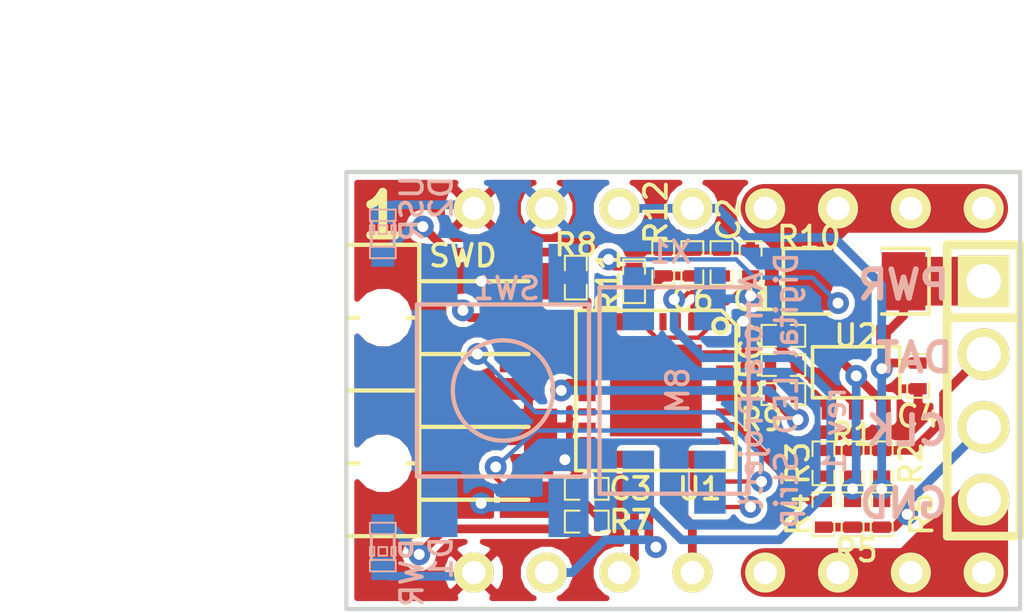
<source format=kicad_pcb>
(kicad_pcb (version 3) (host pcbnew "(2013-jul-07)-stable")

  (general
    (links 69)
    (no_connects 0)
    (area 200.280002 135.326001 244.734733 158.247733)
    (thickness 1.6)
    (drawings 13)
    (tracks 241)
    (zones 0)
    (modules 28)
    (nets 25)
  )

  (page A3)
  (layers
    (15 F.Cu signal hide)
    (0 B.Cu signal hide)
    (16 B.Adhes user)
    (17 F.Adhes user)
    (18 B.Paste user)
    (19 F.Paste user)
    (20 B.SilkS user)
    (21 F.SilkS user)
    (22 B.Mask user)
    (23 F.Mask user)
    (24 Dwgs.User user)
    (25 Cmts.User user)
    (26 Eco1.User user)
    (27 Eco2.User user)
    (28 Edge.Cuts user)
  )

  (setup
    (last_trace_width 0.1524)
    (user_trace_width 0.3048)
    (user_trace_width 1.7)
    (trace_clearance 0.1524)
    (zone_clearance 0.2)
    (zone_45_only no)
    (trace_min 0.1524)
    (segment_width 0.2)
    (edge_width 0.15)
    (via_size 0.762)
    (via_drill 0.381)
    (via_min_size 0.762)
    (via_min_drill 0.381)
    (uvia_size 0.508)
    (uvia_drill 0.127)
    (uvias_allowed no)
    (uvia_min_size 0.508)
    (uvia_min_drill 0.127)
    (pcb_text_width 0.3)
    (pcb_text_size 1.5 1.5)
    (mod_edge_width 0.15)
    (mod_text_size 1.5 1.5)
    (mod_text_width 0.15)
    (pad_size 3.2 3.2)
    (pad_drill 0)
    (pad_to_mask_clearance 0.2)
    (aux_axis_origin 0 0)
    (visible_elements FFFFDFBF)
    (pcbplotparams
      (layerselection 284196865)
      (usegerberextensions true)
      (excludeedgelayer true)
      (linewidth 0.150000)
      (plotframeref false)
      (viasonmask false)
      (mode 1)
      (useauxorigin false)
      (hpglpennumber 1)
      (hpglpenspeed 20)
      (hpglpendiameter 15)
      (hpglpenoverlay 2)
      (psnegative false)
      (psa4output false)
      (plotreference true)
      (plotvalue true)
      (plotothertext true)
      (plotinvisibletext false)
      (padsonsilk false)
      (subtractmaskfromsilk false)
      (outputformat 1)
      (mirror false)
      (drillshape 0)
      (scaleselection 1)
      (outputdirectory gerber/))
  )

  (net 0 "")
  (net 1 +12V)
  (net 2 +3.3V)
  (net 3 +5V)
  (net 4 /HP_GND)
  (net 5 /I_LED)
  (net 6 /LED_CLK)
  (net 7 /LED_DAT)
  (net 8 /OSC_IN)
  (net 9 /OSC_OUT)
  (net 10 /RTS)
  (net 11 /RX)
  (net 12 /SWCLK)
  (net 13 /SWDAT)
  (net 14 /TX)
  (net 15 /USR_BTN)
  (net 16 /USR_LED)
  (net 17 /V_LED)
  (net 18 GND)
  (net 19 N-0000010)
  (net 20 N-0000033)
  (net 21 N-0000034)
  (net 22 N-0000035)
  (net 23 N-0000036)
  (net 24 N-000009)

  (net_class Default "This is the default net class."
    (clearance 0.1524)
    (trace_width 0.1524)
    (via_dia 0.762)
    (via_drill 0.381)
    (uvia_dia 0.508)
    (uvia_drill 0.127)
    (add_net "")
    (add_net +12V)
    (add_net +3.3V)
    (add_net +5V)
    (add_net /HP_GND)
    (add_net /I_LED)
    (add_net /LED_CLK)
    (add_net /LED_DAT)
    (add_net /OSC_IN)
    (add_net /OSC_OUT)
    (add_net /RTS)
    (add_net /RX)
    (add_net /SWCLK)
    (add_net /SWDAT)
    (add_net /TX)
    (add_net /USR_BTN)
    (add_net /USR_LED)
    (add_net /V_LED)
    (add_net GND)
    (add_net N-0000010)
    (add_net N-0000033)
    (add_net N-0000034)
    (add_net N-0000035)
    (add_net N-0000036)
    (add_net N-000009)
  )

  (module QFN32-5x5 (layer F.Cu) (tedit 52CA7FDB) (tstamp 52C9784C)
    (at 223.52 148.59 270)
    (descr QFN32-5x5)
    (path /52C93C60)
    (attr smd)
    (fp_text reference U1 (at 3.429 -1.524 360) (layer F.SilkS)
      (effects (font (size 0.762 0.762) (thickness 0.13)))
    )
    (fp_text value STM32F051K8U8 (at 3.937 -2.667 270) (layer F.SilkS) hide
      (effects (font (size 0.762 0.762) (thickness 0.13)))
    )
    (fp_line (start 2.794 2.794) (end -2.794 2.794) (layer F.SilkS) (width 0.127))
    (fp_line (start -2.794 2.794) (end -2.794 2.667) (layer F.SilkS) (width 0.127))
    (fp_line (start -2.286 -2.794) (end 2.794 -2.794) (layer F.SilkS) (width 0.127))
    (fp_line (start 2.794 -2.794) (end 2.794 2.794) (layer F.SilkS) (width 0.127))
    (fp_line (start -2.794 2.667) (end -2.794 -2.286) (layer F.SilkS) (width 0.127))
    (fp_line (start -2.794 -2.286) (end -2.286 -2.794) (layer F.SilkS) (width 0.127))
    (fp_circle (center -2.25298 -2.25298) (end -2.25298 -2.50444) (layer F.SilkS) (width 0.1524))
    (pad 1 smd rect (at -2.39776 -1.74752 270) (size 0.59944 0.24892)
      (layers F.Cu F.Paste F.Mask)
      (net 2 +3.3V)
    )
    (pad 2 smd rect (at -2.39776 -1.24714 270) (size 0.59944 0.24892)
      (layers F.Cu F.Paste F.Mask)
      (net 8 /OSC_IN)
    )
    (pad 3 smd rect (at -2.39776 -0.74676 270) (size 0.59944 0.24892)
      (layers F.Cu F.Paste F.Mask)
      (net 9 /OSC_OUT)
    )
    (pad 4 smd rect (at -2.39776 -0.24638 270) (size 0.59944 0.24892)
      (layers F.Cu F.Paste F.Mask)
    )
    (pad 5 smd rect (at -2.39776 0.25146 270) (size 0.59944 0.24892)
      (layers F.Cu F.Paste F.Mask)
      (net 2 +3.3V)
    )
    (pad 6 smd rect (at -2.39776 0.75184 270) (size 0.59944 0.24892)
      (layers F.Cu F.Paste F.Mask)
      (net 17 /V_LED)
    )
    (pad 7 smd rect (at -2.39776 1.25222 270) (size 0.59944 0.24892)
      (layers F.Cu F.Paste F.Mask)
    )
    (pad 8 smd rect (at -2.39776 1.7526 270) (size 0.59944 0.24892)
      (layers F.Cu F.Paste F.Mask)
    )
    (pad 13 smd rect (at 0.24892 2.40284 270) (size 0.24892 0.59944)
      (layers F.Cu F.Paste F.Mask)
    )
    (pad 14 smd rect (at 0.74676 2.40284 270) (size 0.24892 0.59944)
      (layers F.Cu F.Paste F.Mask)
    )
    (pad 15 smd rect (at 1.24714 2.40284 270) (size 0.24892 0.59944)
      (layers F.Cu F.Paste F.Mask)
    )
    (pad 16 smd rect (at 1.74752 2.40284 270) (size 0.24892 0.59944)
      (layers F.Cu F.Paste F.Mask)
    )
    (pad 33 smd rect (at 0 0 270) (size 3.2 3.2)
      (layers F.Cu F.Paste F.Mask)
      (net 18 GND)
    )
    (pad 9 smd rect (at -1.75006 2.40284 270) (size 0.24892 0.59944)
      (layers F.Cu F.Paste F.Mask)
      (net 16 /USR_LED)
    )
    (pad 10 smd rect (at -1.24968 2.40284 270) (size 0.24892 0.59944)
      (layers F.Cu F.Paste F.Mask)
      (net 15 /USR_BTN)
    )
    (pad 11 smd rect (at -0.7493 2.40284 270) (size 0.24892 0.59944)
      (layers F.Cu F.Paste F.Mask)
    )
    (pad 12 smd rect (at -0.25146 2.40284 270) (size 0.24892 0.59944)
      (layers F.Cu F.Paste F.Mask)
      (net 5 /I_LED)
    )
    (pad 17 smd rect (at 2.39776 1.74752 270) (size 0.59944 0.24892)
      (layers F.Cu F.Paste F.Mask)
      (net 2 +3.3V)
    )
    (pad 18 smd rect (at 2.4003 1.24714 270) (size 0.59944 0.24892)
      (layers F.Cu F.Paste F.Mask)
    )
    (pad 19 smd rect (at 2.4003 0.7493 270) (size 0.59944 0.24892)
      (layers F.Cu F.Paste F.Mask)
      (net 14 /TX)
    )
    (pad 20 smd rect (at 2.4003 0.24892 270) (size 0.59944 0.24892)
      (layers F.Cu F.Paste F.Mask)
      (net 11 /RX)
    )
    (pad 21 smd rect (at 2.4003 -0.25146 270) (size 0.59944 0.24892)
      (layers F.Cu F.Paste F.Mask)
    )
    (pad 22 smd rect (at 2.4003 -0.75184 270) (size 0.59944 0.24892)
      (layers F.Cu F.Paste F.Mask)
      (net 10 /RTS)
    )
    (pad 23 smd rect (at 2.4003 -1.25222 270) (size 0.59944 0.24892)
      (layers F.Cu F.Paste F.Mask)
      (net 13 /SWDAT)
    )
    (pad 24 smd rect (at 2.4003 -1.7526 270) (size 0.59944 0.24892)
      (layers F.Cu F.Paste F.Mask)
      (net 12 /SWCLK)
    )
    (pad 25 smd rect (at 1.75006 -2.4003 270) (size 0.24892 0.59944)
      (layers F.Cu F.Paste F.Mask)
    )
    (pad 26 smd rect (at 1.24968 -2.4003 270) (size 0.24892 0.59944)
      (layers F.Cu F.Paste F.Mask)
      (net 24 N-000009)
    )
    (pad 27 smd rect (at 0.7493 -2.4003 270) (size 0.24892 0.59944)
      (layers F.Cu F.Paste F.Mask)
    )
    (pad 28 smd rect (at 0.25146 -2.4003 270) (size 0.24892 0.59944)
      (layers F.Cu F.Paste F.Mask)
      (net 19 N-0000010)
    )
    (pad 29 smd rect (at -0.24892 -2.4003 270) (size 0.24892 0.59944)
      (layers F.Cu F.Paste F.Mask)
    )
    (pad 30 smd rect (at -0.7493 -2.4003 270) (size 0.24892 0.59944)
      (layers F.Cu F.Paste F.Mask)
    )
    (pad 31 smd rect (at -1.24968 -2.4003 270) (size 0.24892 0.59944)
      (layers F.Cu F.Paste F.Mask)
      (net 18 GND)
    )
    (pad 32 smd rect (at -1.75006 -2.4003 270) (size 0.24892 0.59944)
      (layers F.Cu F.Paste F.Mask)
    )
  )

  (module SIL-4 (layer F.Cu) (tedit 52CA800C) (tstamp 52C97811)
    (at 234.95 148.59 270)
    (descr "Connecteur 4 pibs")
    (tags "CONN DEV")
    (path /52C9515B)
    (fp_text reference P1 (at 0 -2.54 270) (layer F.SilkS) hide
      (effects (font (size 0.762 0.762) (thickness 0.13)))
    )
    (fp_text value STRIP (at 0 -2.54 270) (layer F.SilkS) hide
      (effects (font (size 0.762 0.762) (thickness 0.13)))
    )
    (fp_line (start -5.08 -1.27) (end -5.08 -1.27) (layer F.SilkS) (width 0.3048))
    (fp_line (start -5.08 1.27) (end -5.08 -1.27) (layer F.SilkS) (width 0.3048))
    (fp_line (start -5.08 -1.27) (end -5.08 -1.27) (layer F.SilkS) (width 0.3048))
    (fp_line (start -5.08 -1.27) (end 5.08 -1.27) (layer F.SilkS) (width 0.3048))
    (fp_line (start 5.08 -1.27) (end 5.08 1.27) (layer F.SilkS) (width 0.3048))
    (fp_line (start 5.08 1.27) (end -5.08 1.27) (layer F.SilkS) (width 0.3048))
    (fp_line (start -2.54 1.27) (end -2.54 -1.27) (layer F.SilkS) (width 0.3048))
    (pad 1 thru_hole rect (at -3.81 0 270) (size 1.8 1.8) (drill 1.2)
      (layers *.Cu *.Mask F.SilkS)
      (net 21 N-0000034)
    )
    (pad 2 thru_hole circle (at -1.27 0 270) (size 1.8 1.8) (drill 1.2)
      (layers *.Cu *.Mask F.SilkS)
      (net 7 /LED_DAT)
    )
    (pad 3 thru_hole circle (at 1.27 0 270) (size 1.8 1.8) (drill 1.2)
      (layers *.Cu *.Mask F.SilkS)
      (net 6 /LED_CLK)
    )
    (pad 4 thru_hole circle (at 3.81 0 270) (size 1.8 1.8) (drill 1.2)
      (layers *.Cu *.Mask F.SilkS)
      (net 4 /HP_GND)
    )
  )

  (module TACT-SW-SMD (layer B.Cu) (tedit 52CA837E) (tstamp 52CA8332)
    (at 218.186 148.59)
    (path /52CA51ED)
    (fp_text reference SW1 (at 0.127 -3.556) (layer B.SilkS)
      (effects (font (size 0.762 0.762) (thickness 0.13)) (justify mirror))
    )
    (fp_text value TACT (at -4 0 90) (layer B.SilkS) hide
      (effects (font (size 0.762 0.762) (thickness 0.13)) (justify mirror))
    )
    (fp_line (start -3 3) (end 3 3) (layer B.SilkS) (width 0.15))
    (fp_line (start 3 3) (end 3 -3) (layer B.SilkS) (width 0.15))
    (fp_line (start 3 -3) (end -3 -3) (layer B.SilkS) (width 0.15))
    (fp_line (start -3 -3) (end -3 3) (layer B.SilkS) (width 0.15))
    (fp_circle (center 0 0) (end 0 -1.75) (layer B.SilkS) (width 0.15))
    (pad 1 smd rect (at 2.286 4.064) (size 1.4 2.1)
      (layers B.Cu B.Paste B.Mask)
      (net 18 GND)
    )
    (pad 2 smd rect (at 2.286 -4.064) (size 1.4 2.1)
      (layers B.Cu B.Paste B.Mask)
    )
    (pad 3 smd rect (at -2.286 4.064) (size 1.4 2.1)
      (layers B.Cu B.Paste B.Mask)
    )
    (pad 4 smd rect (at -2.286 -4.064) (size 1.4 2.1)
      (layers B.Cu B.Paste B.Mask)
      (net 15 /USR_BTN)
    )
  )

  (module SOT23-5 (layer F.Cu) (tedit 52CA8006) (tstamp 52C9772A)
    (at 230.505 147.955)
    (path /52C95C59)
    (attr smd)
    (fp_text reference U2 (at 0 -1.27) (layer F.SilkS)
      (effects (font (size 0.762 0.762) (thickness 0.13)))
    )
    (fp_text value TSC888B (at 11.049 -2.286) (layer F.SilkS) hide
      (effects (font (size 0.762 0.762) (thickness 0.13)))
    )
    (fp_line (start 1.524 -0.889) (end 1.524 0.889) (layer F.SilkS) (width 0.127))
    (fp_line (start 1.524 0.889) (end -1.524 0.889) (layer F.SilkS) (width 0.127))
    (fp_line (start -1.524 0.889) (end -1.524 -0.889) (layer F.SilkS) (width 0.127))
    (fp_line (start -1.524 -0.889) (end 1.524 -0.889) (layer F.SilkS) (width 0.127))
    (pad 1 smd rect (at -0.9525 1.27) (size 0.508 0.762)
      (layers F.Cu F.Paste F.Mask)
      (net 20 N-0000033)
    )
    (pad 3 smd rect (at 0.9525 1.27) (size 0.508 0.762)
      (layers F.Cu F.Paste F.Mask)
      (net 1 +12V)
    )
    (pad 5 smd rect (at -0.9525 -1.27) (size 0.508 0.762)
      (layers F.Cu F.Paste F.Mask)
      (net 1 +12V)
    )
    (pad 2 smd rect (at 0 1.27) (size 0.508 0.762)
      (layers F.Cu F.Paste F.Mask)
      (net 18 GND)
    )
    (pad 4 smd rect (at 0.9525 -1.27) (size 0.508 0.762)
      (layers F.Cu F.Paste F.Mask)
      (net 21 N-0000034)
    )
    (model smd/SOT23_5.wrl
      (at (xyz 0 0 0))
      (scale (xyz 0.1 0.1 0.1))
      (rotate (xyz 0 0 0))
    )
  )

  (module SM1206 (layer F.Cu) (tedit 52CA7F2B) (tstamp 52C97736)
    (at 230.505 144.78)
    (path /52C95B06)
    (attr smd)
    (fp_text reference R10 (at -1.651 -1.524) (layer F.SilkS)
      (effects (font (size 0.762 0.762) (thickness 0.13)))
    )
    (fp_text value 10m (at 0 0) (layer F.SilkS) hide
      (effects (font (size 0.762 0.762) (thickness 0.13)))
    )
    (fp_line (start -2.54 -1.143) (end -2.54 1.143) (layer F.SilkS) (width 0.127))
    (fp_line (start -2.54 1.143) (end -0.889 1.143) (layer F.SilkS) (width 0.127))
    (fp_line (start 0.889 -1.143) (end 2.54 -1.143) (layer F.SilkS) (width 0.127))
    (fp_line (start 2.54 -1.143) (end 2.54 1.143) (layer F.SilkS) (width 0.127))
    (fp_line (start 2.54 1.143) (end 0.889 1.143) (layer F.SilkS) (width 0.127))
    (fp_line (start -0.889 -1.143) (end -2.54 -1.143) (layer F.SilkS) (width 0.127))
    (pad 1 smd rect (at -1.651 0) (size 1.524 2.032)
      (layers F.Cu F.Paste F.Mask)
      (net 1 +12V)
    )
    (pad 2 smd rect (at 1.651 0) (size 1.524 2.032)
      (layers F.Cu F.Paste F.Mask)
      (net 21 N-0000034)
    )
    (model smd/chip_cms.wrl
      (at (xyz 0 0 0))
      (scale (xyz 0.17 0.16 0.16))
      (rotate (xyz 0 0 0))
    )
  )

  (module SM0402 (layer F.Cu) (tedit 52CA7F45) (tstamp 52C9777E)
    (at 227.965 148.717)
    (path /52C95E9E)
    (attr smd)
    (fp_text reference R9 (at -0.762 0.889) (layer F.SilkS)
      (effects (font (size 0.762 0.762) (thickness 0.13)))
    )
    (fp_text value 1M (at 0.09906 0) (layer F.SilkS) hide
      (effects (font (size 0.762 0.762) (thickness 0.13)))
    )
    (fp_line (start -0.254 -0.381) (end -0.762 -0.381) (layer F.SilkS) (width 0.07112))
    (fp_line (start -0.762 -0.381) (end -0.762 0.381) (layer F.SilkS) (width 0.07112))
    (fp_line (start -0.762 0.381) (end -0.254 0.381) (layer F.SilkS) (width 0.07112))
    (fp_line (start 0.254 -0.381) (end 0.762 -0.381) (layer F.SilkS) (width 0.07112))
    (fp_line (start 0.762 -0.381) (end 0.762 0.381) (layer F.SilkS) (width 0.07112))
    (fp_line (start 0.762 0.381) (end 0.254 0.381) (layer F.SilkS) (width 0.07112))
    (pad 1 smd rect (at -0.44958 0) (size 0.39878 0.59944)
      (layers F.Cu F.Paste F.Mask)
      (net 5 /I_LED)
    )
    (pad 2 smd rect (at 0.44958 0) (size 0.39878 0.59944)
      (layers F.Cu F.Paste F.Mask)
      (net 20 N-0000033)
    )
    (model smd\chip_cms.wrl
      (at (xyz 0 0 0.002))
      (scale (xyz 0.05 0.05 0.05))
      (rotate (xyz 0 0 0))
    )
  )

  (module SM0402 (layer F.Cu) (tedit 52CA7F0A) (tstamp 52C9778A)
    (at 223.774 144.145 90)
    (path /52C95D53)
    (attr smd)
    (fp_text reference R12 (at 1.778 -0.254 90) (layer F.SilkS)
      (effects (font (size 0.762 0.762) (thickness 0.13)))
    )
    (fp_text value 1M (at 0.09906 0 90) (layer F.SilkS) hide
      (effects (font (size 0.762 0.762) (thickness 0.13)))
    )
    (fp_line (start -0.254 -0.381) (end -0.762 -0.381) (layer F.SilkS) (width 0.07112))
    (fp_line (start -0.762 -0.381) (end -0.762 0.381) (layer F.SilkS) (width 0.07112))
    (fp_line (start -0.762 0.381) (end -0.254 0.381) (layer F.SilkS) (width 0.07112))
    (fp_line (start 0.254 -0.381) (end 0.762 -0.381) (layer F.SilkS) (width 0.07112))
    (fp_line (start 0.762 -0.381) (end 0.762 0.381) (layer F.SilkS) (width 0.07112))
    (fp_line (start 0.762 0.381) (end 0.254 0.381) (layer F.SilkS) (width 0.07112))
    (pad 1 smd rect (at -0.44958 0 90) (size 0.39878 0.59944)
      (layers F.Cu F.Paste F.Mask)
      (net 17 /V_LED)
    )
    (pad 2 smd rect (at 0.44958 0 90) (size 0.39878 0.59944)
      (layers F.Cu F.Paste F.Mask)
      (net 18 GND)
    )
    (model smd\chip_cms.wrl
      (at (xyz 0 0 0.002))
      (scale (xyz 0.05 0.05 0.05))
      (rotate (xyz 0 0 0))
    )
  )

  (module SM0402 (layer F.Cu) (tedit 52CA7EBB) (tstamp 52C97796)
    (at 222.758 144.78 270)
    (path /52C95D51)
    (attr smd)
    (fp_text reference R11 (at 0 0.889 270) (layer F.SilkS)
      (effects (font (size 0.762 0.762) (thickness 0.13)))
    )
    (fp_text value 4M7 (at 0.09906 0 270) (layer F.SilkS) hide
      (effects (font (size 0.762 0.762) (thickness 0.13)))
    )
    (fp_line (start -0.254 -0.381) (end -0.762 -0.381) (layer F.SilkS) (width 0.07112))
    (fp_line (start -0.762 -0.381) (end -0.762 0.381) (layer F.SilkS) (width 0.07112))
    (fp_line (start -0.762 0.381) (end -0.254 0.381) (layer F.SilkS) (width 0.07112))
    (fp_line (start 0.254 -0.381) (end 0.762 -0.381) (layer F.SilkS) (width 0.07112))
    (fp_line (start 0.762 -0.381) (end 0.762 0.381) (layer F.SilkS) (width 0.07112))
    (fp_line (start 0.762 0.381) (end 0.254 0.381) (layer F.SilkS) (width 0.07112))
    (pad 1 smd rect (at -0.44958 0 270) (size 0.39878 0.59944)
      (layers F.Cu F.Paste F.Mask)
      (net 1 +12V)
    )
    (pad 2 smd rect (at 0.44958 0 270) (size 0.39878 0.59944)
      (layers F.Cu F.Paste F.Mask)
      (net 17 /V_LED)
    )
    (model smd\chip_cms.wrl
      (at (xyz 0 0 0.002))
      (scale (xyz 0.05 0.05 0.05))
      (rotate (xyz 0 0 0))
    )
  )

  (module SM0402 (layer F.Cu) (tedit 52CA7F38) (tstamp 52C977A2)
    (at 227.965 146.685 180)
    (path /52C95CCC)
    (attr smd)
    (fp_text reference C7 (at 1.143 -0.127 270) (layer F.SilkS)
      (effects (font (size 0.762 0.762) (thickness 0.13)))
    )
    (fp_text value 100n (at 0.09906 0 180) (layer F.SilkS) hide
      (effects (font (size 0.762 0.762) (thickness 0.13)))
    )
    (fp_line (start -0.254 -0.381) (end -0.762 -0.381) (layer F.SilkS) (width 0.07112))
    (fp_line (start -0.762 -0.381) (end -0.762 0.381) (layer F.SilkS) (width 0.07112))
    (fp_line (start -0.762 0.381) (end -0.254 0.381) (layer F.SilkS) (width 0.07112))
    (fp_line (start 0.254 -0.381) (end 0.762 -0.381) (layer F.SilkS) (width 0.07112))
    (fp_line (start 0.762 -0.381) (end 0.762 0.381) (layer F.SilkS) (width 0.07112))
    (fp_line (start 0.762 0.381) (end 0.254 0.381) (layer F.SilkS) (width 0.07112))
    (pad 1 smd rect (at -0.44958 0 180) (size 0.39878 0.59944)
      (layers F.Cu F.Paste F.Mask)
      (net 1 +12V)
    )
    (pad 2 smd rect (at 0.44958 0 180) (size 0.39878 0.59944)
      (layers F.Cu F.Paste F.Mask)
      (net 18 GND)
    )
    (model smd\chip_cms.wrl
      (at (xyz 0 0 0.002))
      (scale (xyz 0.05 0.05 0.05))
      (rotate (xyz 0 0 0))
    )
  )

  (module SM0402 (layer F.Cu) (tedit 52CA7F3C) (tstamp 52C977AE)
    (at 227.965 147.701)
    (path /52C95EA3)
    (attr smd)
    (fp_text reference C5 (at -1.143 0.508 90) (layer F.SilkS)
      (effects (font (size 0.762 0.762) (thickness 0.13)))
    )
    (fp_text value 1n (at 0.09906 0) (layer F.SilkS) hide
      (effects (font (size 0.762 0.762) (thickness 0.13)))
    )
    (fp_line (start -0.254 -0.381) (end -0.762 -0.381) (layer F.SilkS) (width 0.07112))
    (fp_line (start -0.762 -0.381) (end -0.762 0.381) (layer F.SilkS) (width 0.07112))
    (fp_line (start -0.762 0.381) (end -0.254 0.381) (layer F.SilkS) (width 0.07112))
    (fp_line (start 0.254 -0.381) (end 0.762 -0.381) (layer F.SilkS) (width 0.07112))
    (fp_line (start 0.762 -0.381) (end 0.762 0.381) (layer F.SilkS) (width 0.07112))
    (fp_line (start 0.762 0.381) (end 0.254 0.381) (layer F.SilkS) (width 0.07112))
    (pad 1 smd rect (at -0.44958 0) (size 0.39878 0.59944)
      (layers F.Cu F.Paste F.Mask)
      (net 5 /I_LED)
    )
    (pad 2 smd rect (at 0.44958 0) (size 0.39878 0.59944)
      (layers F.Cu F.Paste F.Mask)
      (net 18 GND)
    )
    (model smd\chip_cms.wrl
      (at (xyz 0 0 0.002))
      (scale (xyz 0.05 0.05 0.05))
      (rotate (xyz 0 0 0))
    )
  )

  (module SM0402 (layer F.Cu) (tedit 52CA7ED1) (tstamp 52C977BA)
    (at 224.79 144.145 90)
    (path /52C961E7)
    (attr smd)
    (fp_text reference C6 (at -1.27 0 180) (layer F.SilkS)
      (effects (font (size 0.762 0.762) (thickness 0.13)))
    )
    (fp_text value 1n (at 0.09906 0 90) (layer F.SilkS) hide
      (effects (font (size 0.762 0.762) (thickness 0.13)))
    )
    (fp_line (start -0.254 -0.381) (end -0.762 -0.381) (layer F.SilkS) (width 0.07112))
    (fp_line (start -0.762 -0.381) (end -0.762 0.381) (layer F.SilkS) (width 0.07112))
    (fp_line (start -0.762 0.381) (end -0.254 0.381) (layer F.SilkS) (width 0.07112))
    (fp_line (start 0.254 -0.381) (end 0.762 -0.381) (layer F.SilkS) (width 0.07112))
    (fp_line (start 0.762 -0.381) (end 0.762 0.381) (layer F.SilkS) (width 0.07112))
    (fp_line (start 0.762 0.381) (end 0.254 0.381) (layer F.SilkS) (width 0.07112))
    (pad 1 smd rect (at -0.44958 0 90) (size 0.39878 0.59944)
      (layers F.Cu F.Paste F.Mask)
      (net 17 /V_LED)
    )
    (pad 2 smd rect (at 0.44958 0 90) (size 0.39878 0.59944)
      (layers F.Cu F.Paste F.Mask)
      (net 18 GND)
    )
    (model smd\chip_cms.wrl
      (at (xyz 0 0 0.002))
      (scale (xyz 0.05 0.05 0.05))
      (rotate (xyz 0 0 0))
    )
  )

  (module SM0402 (layer F.Cu) (tedit 52CA7FBC) (tstamp 52C977C6)
    (at 232.664 148.082 270)
    (path /52C95442)
    (attr smd)
    (fp_text reference C4 (at 1.397 0 360) (layer F.SilkS)
      (effects (font (size 0.762 0.762) (thickness 0.13)))
    )
    (fp_text value 100n (at 0.09906 0 270) (layer F.SilkS) hide
      (effects (font (size 0.762 0.762) (thickness 0.13)))
    )
    (fp_line (start -0.254 -0.381) (end -0.762 -0.381) (layer F.SilkS) (width 0.07112))
    (fp_line (start -0.762 -0.381) (end -0.762 0.381) (layer F.SilkS) (width 0.07112))
    (fp_line (start -0.762 0.381) (end -0.254 0.381) (layer F.SilkS) (width 0.07112))
    (fp_line (start 0.254 -0.381) (end 0.762 -0.381) (layer F.SilkS) (width 0.07112))
    (fp_line (start 0.762 -0.381) (end 0.762 0.381) (layer F.SilkS) (width 0.07112))
    (fp_line (start 0.762 0.381) (end 0.254 0.381) (layer F.SilkS) (width 0.07112))
    (pad 1 smd rect (at -0.44958 0 270) (size 0.39878 0.59944)
      (layers F.Cu F.Paste F.Mask)
      (net 3 +5V)
    )
    (pad 2 smd rect (at 0.44958 0 270) (size 0.39878 0.59944)
      (layers F.Cu F.Paste F.Mask)
      (net 18 GND)
    )
    (model smd\chip_cms.wrl
      (at (xyz 0 0 0.002))
      (scale (xyz 0.05 0.05 0.05))
      (rotate (xyz 0 0 0))
    )
  )

  (module SM0402 (layer F.Cu) (tedit 52CA7FD1) (tstamp 52C977D2)
    (at 221.107 152.019)
    (path /52C93C7C)
    (attr smd)
    (fp_text reference C3 (at 1.524 0) (layer F.SilkS)
      (effects (font (size 0.762 0.762) (thickness 0.13)))
    )
    (fp_text value 100n (at 0.09906 0) (layer F.SilkS) hide
      (effects (font (size 0.762 0.762) (thickness 0.13)))
    )
    (fp_line (start -0.254 -0.381) (end -0.762 -0.381) (layer F.SilkS) (width 0.07112))
    (fp_line (start -0.762 -0.381) (end -0.762 0.381) (layer F.SilkS) (width 0.07112))
    (fp_line (start -0.762 0.381) (end -0.254 0.381) (layer F.SilkS) (width 0.07112))
    (fp_line (start 0.254 -0.381) (end 0.762 -0.381) (layer F.SilkS) (width 0.07112))
    (fp_line (start 0.762 -0.381) (end 0.762 0.381) (layer F.SilkS) (width 0.07112))
    (fp_line (start 0.762 0.381) (end 0.254 0.381) (layer F.SilkS) (width 0.07112))
    (pad 1 smd rect (at -0.44958 0) (size 0.39878 0.59944)
      (layers F.Cu F.Paste F.Mask)
      (net 2 +3.3V)
    )
    (pad 2 smd rect (at 0.44958 0) (size 0.39878 0.59944)
      (layers F.Cu F.Paste F.Mask)
      (net 18 GND)
    )
    (model smd\chip_cms.wrl
      (at (xyz 0 0 0.002))
      (scale (xyz 0.05 0.05 0.05))
      (rotate (xyz 0 0 0))
    )
  )

  (module SM0402 (layer F.Cu) (tedit 52CA7F1A) (tstamp 52C977DE)
    (at 226.822 144.145 90)
    (path /52C93C9C)
    (attr smd)
    (fp_text reference C1 (at -1.27 0.127 180) (layer F.SilkS)
      (effects (font (size 0.762 0.762) (thickness 0.13)))
    )
    (fp_text value 10p (at 0.09906 0 90) (layer F.SilkS) hide
      (effects (font (size 0.762 0.762) (thickness 0.13)))
    )
    (fp_line (start -0.254 -0.381) (end -0.762 -0.381) (layer F.SilkS) (width 0.07112))
    (fp_line (start -0.762 -0.381) (end -0.762 0.381) (layer F.SilkS) (width 0.07112))
    (fp_line (start -0.762 0.381) (end -0.254 0.381) (layer F.SilkS) (width 0.07112))
    (fp_line (start 0.254 -0.381) (end 0.762 -0.381) (layer F.SilkS) (width 0.07112))
    (fp_line (start 0.762 -0.381) (end 0.762 0.381) (layer F.SilkS) (width 0.07112))
    (fp_line (start 0.762 0.381) (end 0.254 0.381) (layer F.SilkS) (width 0.07112))
    (pad 1 smd rect (at -0.44958 0 90) (size 0.39878 0.59944)
      (layers F.Cu F.Paste F.Mask)
      (net 8 /OSC_IN)
    )
    (pad 2 smd rect (at 0.44958 0 90) (size 0.39878 0.59944)
      (layers F.Cu F.Paste F.Mask)
      (net 18 GND)
    )
    (model smd\chip_cms.wrl
      (at (xyz 0 0 0.002))
      (scale (xyz 0.05 0.05 0.05))
      (rotate (xyz 0 0 0))
    )
  )

  (module SM0402 (layer F.Cu) (tedit 52CA7FD5) (tstamp 52C977EA)
    (at 221.107 153.162)
    (path /52C96D3B)
    (attr smd)
    (fp_text reference R7 (at 1.524 0) (layer F.SilkS)
      (effects (font (size 0.762 0.762) (thickness 0.13)))
    )
    (fp_text value 330R (at 0.09906 0) (layer F.SilkS) hide
      (effects (font (size 0.762 0.762) (thickness 0.13)))
    )
    (fp_line (start -0.254 -0.381) (end -0.762 -0.381) (layer F.SilkS) (width 0.07112))
    (fp_line (start -0.762 -0.381) (end -0.762 0.381) (layer F.SilkS) (width 0.07112))
    (fp_line (start -0.762 0.381) (end -0.254 0.381) (layer F.SilkS) (width 0.07112))
    (fp_line (start 0.254 -0.381) (end 0.762 -0.381) (layer F.SilkS) (width 0.07112))
    (fp_line (start 0.762 -0.381) (end 0.762 0.381) (layer F.SilkS) (width 0.07112))
    (fp_line (start 0.762 0.381) (end 0.254 0.381) (layer F.SilkS) (width 0.07112))
    (pad 1 smd rect (at -0.44958 0) (size 0.39878 0.59944)
      (layers F.Cu F.Paste F.Mask)
      (net 22 N-0000035)
    )
    (pad 2 smd rect (at 0.44958 0) (size 0.39878 0.59944)
      (layers F.Cu F.Paste F.Mask)
      (net 2 +3.3V)
    )
    (model smd\chip_cms.wrl
      (at (xyz 0 0 0.002))
      (scale (xyz 0.05 0.05 0.05))
      (rotate (xyz 0 0 0))
    )
  )

  (module SM0402 (layer F.Cu) (tedit 52CA7EAB) (tstamp 52C977F6)
    (at 220.726 144.653 270)
    (path /52C96D41)
    (attr smd)
    (fp_text reference R8 (at -1.143 0 360) (layer F.SilkS)
      (effects (font (size 0.762 0.762) (thickness 0.13)))
    )
    (fp_text value 330R (at 0.09906 0 270) (layer F.SilkS) hide
      (effects (font (size 0.762 0.762) (thickness 0.13)))
    )
    (fp_line (start -0.254 -0.381) (end -0.762 -0.381) (layer F.SilkS) (width 0.07112))
    (fp_line (start -0.762 -0.381) (end -0.762 0.381) (layer F.SilkS) (width 0.07112))
    (fp_line (start -0.762 0.381) (end -0.254 0.381) (layer F.SilkS) (width 0.07112))
    (fp_line (start 0.254 -0.381) (end 0.762 -0.381) (layer F.SilkS) (width 0.07112))
    (fp_line (start 0.762 -0.381) (end 0.762 0.381) (layer F.SilkS) (width 0.07112))
    (fp_line (start 0.762 0.381) (end 0.254 0.381) (layer F.SilkS) (width 0.07112))
    (pad 1 smd rect (at -0.44958 0 270) (size 0.39878 0.59944)
      (layers F.Cu F.Paste F.Mask)
      (net 23 N-0000036)
    )
    (pad 2 smd rect (at 0.44958 0 270) (size 0.39878 0.59944)
      (layers F.Cu F.Paste F.Mask)
      (net 16 /USR_LED)
    )
    (model smd\chip_cms.wrl
      (at (xyz 0 0 0.002))
      (scale (xyz 0.05 0.05 0.05))
      (rotate (xyz 0 0 0))
    )
  )

  (module SM0402 (layer F.Cu) (tedit 52CA7F0F) (tstamp 52C97802)
    (at 225.806 144.145 90)
    (path /52C93CA0)
    (attr smd)
    (fp_text reference C2 (at 1.524 0.254 90) (layer F.SilkS)
      (effects (font (size 0.762 0.762) (thickness 0.13)))
    )
    (fp_text value 10p (at 0.09906 0 90) (layer F.SilkS) hide
      (effects (font (size 0.762 0.762) (thickness 0.13)))
    )
    (fp_line (start -0.254 -0.381) (end -0.762 -0.381) (layer F.SilkS) (width 0.07112))
    (fp_line (start -0.762 -0.381) (end -0.762 0.381) (layer F.SilkS) (width 0.07112))
    (fp_line (start -0.762 0.381) (end -0.254 0.381) (layer F.SilkS) (width 0.07112))
    (fp_line (start 0.254 -0.381) (end 0.762 -0.381) (layer F.SilkS) (width 0.07112))
    (fp_line (start 0.762 -0.381) (end 0.762 0.381) (layer F.SilkS) (width 0.07112))
    (fp_line (start 0.762 0.381) (end 0.254 0.381) (layer F.SilkS) (width 0.07112))
    (pad 1 smd rect (at -0.44958 0 90) (size 0.39878 0.59944)
      (layers F.Cu F.Paste F.Mask)
      (net 9 /OSC_OUT)
    )
    (pad 2 smd rect (at 0.44958 0 90) (size 0.39878 0.59944)
      (layers F.Cu F.Paste F.Mask)
      (net 18 GND)
    )
    (model smd\chip_cms.wrl
      (at (xyz 0 0 0.002))
      (scale (xyz 0.05 0.05 0.05))
      (rotate (xyz 0 0 0))
    )
  )

  (module AURORA_CARD (layer F.Cu) (tedit 52CA83A2) (tstamp 52CA80FE)
    (at 226.06 148.59)
    (descr "16 pins 0.5\" spacing")
    (tags AURORA)
    (path /52C960DA)
    (fp_text reference CONN1 (at 11.684 3.81 90) (layer F.SilkS) hide
      (effects (font (size 0.762 0.762) (thickness 0.13)))
    )
    (fp_text value AURORA_CARD (at 11.176 -0.127 90) (layer F.SilkS) hide
      (effects (font (size 0.762 0.762) (thickness 0.13)))
    )
    (pad 1 thru_hole circle (at -8.89 6.35) (size 1.397 1.397) (drill 0.8128)
      (layers *.Cu *.Mask F.SilkS)
      (net 18 GND)
    )
    (pad 2 thru_hole circle (at -6.35 6.35) (size 1.397 1.397) (drill 0.8128)
      (layers *.Cu *.Mask F.SilkS)
      (net 11 /RX)
    )
    (pad 3 thru_hole circle (at -3.81 6.35) (size 1.397 1.397) (drill 0.8128)
      (layers *.Cu *.Mask F.SilkS)
      (net 14 /TX)
    )
    (pad 4 thru_hole circle (at -1.27 6.35) (size 1.397 1.397) (drill 0.8128)
      (layers *.Cu *.Mask F.SilkS)
      (net 10 /RTS)
    )
    (pad 5 thru_hole circle (at 1.27 6.35) (size 1.397 1.397) (drill 0.8128)
      (layers *.Cu *.Mask F.SilkS)
      (net 4 /HP_GND)
    )
    (pad 6 thru_hole circle (at 3.81 6.35) (size 1.397 1.397) (drill 0.8128)
      (layers *.Cu *.Mask F.SilkS)
      (net 4 /HP_GND)
    )
    (pad 7 thru_hole circle (at 6.35 6.35) (size 1.397 1.397) (drill 0.8128)
      (layers *.Cu *.Mask F.SilkS)
      (net 4 /HP_GND)
    )
    (pad 8 thru_hole circle (at 8.89 6.35) (size 1.397 1.397) (drill 0.8128)
      (layers *.Cu *.Mask F.SilkS)
      (net 4 /HP_GND)
    )
    (pad 9 thru_hole circle (at 8.89 -6.35) (size 1.397 1.397) (drill 0.8128)
      (layers *.Cu *.Mask F.SilkS)
      (net 1 +12V)
    )
    (pad 10 thru_hole circle (at 6.35 -6.35) (size 1.397 1.397) (drill 0.8128)
      (layers *.Cu *.Mask F.SilkS)
      (net 1 +12V)
    )
    (pad 11 thru_hole circle (at 3.81 -6.35) (size 1.397 1.397) (drill 0.8128)
      (layers *.Cu *.Mask F.SilkS)
      (net 1 +12V)
    )
    (pad 12 thru_hole circle (at 1.27 -6.35) (size 1.397 1.397) (drill 0.8128)
      (layers *.Cu *.Mask F.SilkS)
      (net 1 +12V)
    )
    (pad 13 thru_hole circle (at -1.27 -6.35) (size 1.397 1.397) (drill 0.8128)
      (layers *.Cu *.Mask F.SilkS)
      (net 3 +5V)
    )
    (pad 14 thru_hole circle (at -3.81 -6.35) (size 1.397 1.397) (drill 0.8128)
      (layers *.Cu *.Mask F.SilkS)
      (net 3 +5V)
    )
    (pad 15 thru_hole circle (at -6.35 -6.35) (size 1.397 1.397) (drill 0.8128)
      (layers *.Cu *.Mask F.SilkS)
      (net 2 +3.3V)
    )
    (pad 16 thru_hole circle (at -8.89 -6.35) (size 1.397 1.397) (drill 0.8128)
      (layers *.Cu *.Mask F.SilkS)
      (net 18 GND)
    )
    (model dil/dil_16.wrl
      (at (xyz 0 0 0))
      (scale (xyz 1 1 1))
      (rotate (xyz 0 0 0))
    )
  )

  (module CX5 (layer B.Cu) (tedit 52CE66CD) (tstamp 52C978CE)
    (at 224.155 148.59 270)
    (path /52C93C96)
    (fp_text reference X1 (at -4.826 0.127 360) (layer B.SilkS)
      (effects (font (size 0.762 0.762) (thickness 0.13)) (justify mirror))
    )
    (fp_text value 8M (at 0 -0.127 270) (layer B.SilkS)
      (effects (font (size 0.762 0.762) (thickness 0.13)) (justify mirror))
    )
    (fp_line (start -3.6 2.6) (end 3.6 2.6) (layer B.SilkS) (width 0.15))
    (fp_line (start 3.6 2.6) (end 3.6 -2.6) (layer B.SilkS) (width 0.15))
    (fp_line (start 3.6 -2.6) (end -3.6 -2.6) (layer B.SilkS) (width 0.15))
    (fp_line (start -3.6 -2.6) (end -3.6 2.6) (layer B.SilkS) (width 0.15))
    (pad 1 smd rect (at -3.2 -1.25 180) (size 1.1 2.2)
      (layers B.Cu B.Paste B.Mask)
      (net 8 /OSC_IN)
    )
    (pad 4 smd rect (at 3.2 -1.25 180) (size 1.1 2.2)
      (layers B.Cu B.Paste B.Mask)
    )
    (pad 2 smd rect (at 3.2 1.25 180) (size 1.1 2.2)
      (layers B.Cu B.Paste B.Mask)
      (net 9 /OSC_OUT)
    )
    (pad 3 smd rect (at -3.2 1.25 180) (size 1.1 2.2)
      (layers B.Cu B.Paste B.Mask)
    )
  )

  (module SM0402 (layer F.Cu) (tedit 52CA7F61) (tstamp 52CA7FAB)
    (at 230.378 151.13 270)
    (path /52C96DC7)
    (attr smd)
    (fp_text reference R1 (at -1.016 0 360) (layer F.SilkS)
      (effects (font (size 0.762 0.762) (thickness 0.13)))
    )
    (fp_text value 1K (at 0.09906 0 270) (layer F.SilkS) hide
      (effects (font (size 0.762 0.762) (thickness 0.13)))
    )
    (fp_line (start -0.254 -0.381) (end -0.762 -0.381) (layer F.SilkS) (width 0.07112))
    (fp_line (start -0.762 -0.381) (end -0.762 0.381) (layer F.SilkS) (width 0.07112))
    (fp_line (start -0.762 0.381) (end -0.254 0.381) (layer F.SilkS) (width 0.07112))
    (fp_line (start 0.254 -0.381) (end 0.762 -0.381) (layer F.SilkS) (width 0.07112))
    (fp_line (start 0.762 -0.381) (end 0.762 0.381) (layer F.SilkS) (width 0.07112))
    (fp_line (start 0.762 0.381) (end 0.254 0.381) (layer F.SilkS) (width 0.07112))
    (pad 1 smd rect (at -0.44958 0 270) (size 0.39878 0.59944)
      (layers F.Cu F.Paste F.Mask)
      (net 7 /LED_DAT)
    )
    (pad 2 smd rect (at 0.44958 0 270) (size 0.39878 0.59944)
      (layers F.Cu F.Paste F.Mask)
      (net 1 +12V)
    )
    (model smd\chip_cms.wrl
      (at (xyz 0 0 0.002))
      (scale (xyz 0.05 0.05 0.05))
      (rotate (xyz 0 0 0))
    )
  )

  (module SM0402 (layer F.Cu) (tedit 52CA7F75) (tstamp 52C9774A)
    (at 229.362 152.908 90)
    (path /52C94FC8)
    (attr smd)
    (fp_text reference R4 (at 0 -0.889 90) (layer F.SilkS)
      (effects (font (size 0.762 0.762) (thickness 0.13)))
    )
    (fp_text value 0 (at 0.09906 0 90) (layer F.SilkS) hide
      (effects (font (size 0.762 0.762) (thickness 0.13)))
    )
    (fp_line (start -0.254 -0.381) (end -0.762 -0.381) (layer F.SilkS) (width 0.07112))
    (fp_line (start -0.762 -0.381) (end -0.762 0.381) (layer F.SilkS) (width 0.07112))
    (fp_line (start -0.762 0.381) (end -0.254 0.381) (layer F.SilkS) (width 0.07112))
    (fp_line (start 0.254 -0.381) (end 0.762 -0.381) (layer F.SilkS) (width 0.07112))
    (fp_line (start 0.762 -0.381) (end 0.762 0.381) (layer F.SilkS) (width 0.07112))
    (fp_line (start 0.762 0.381) (end 0.254 0.381) (layer F.SilkS) (width 0.07112))
    (pad 1 smd rect (at -0.44958 0 90) (size 0.39878 0.59944)
      (layers F.Cu F.Paste F.Mask)
      (net 6 /LED_CLK)
    )
    (pad 2 smd rect (at 0.44958 0 90) (size 0.39878 0.59944)
      (layers F.Cu F.Paste F.Mask)
      (net 24 N-000009)
    )
    (model smd\chip_cms.wrl
      (at (xyz 0 0 0.002))
      (scale (xyz 0.05 0.05 0.05))
      (rotate (xyz 0 0 0))
    )
  )

  (module SM0402 (layer F.Cu) (tedit 52CA7F6A) (tstamp 52C97754)
    (at 229.362 151.13 270)
    (path /52C94FCE)
    (attr smd)
    (fp_text reference R3 (at 0 0.889 270) (layer F.SilkS)
      (effects (font (size 0.762 0.762) (thickness 0.13)))
    )
    (fp_text value 0 (at 0.09906 0 270) (layer F.SilkS) hide
      (effects (font (size 0.762 0.762) (thickness 0.13)))
    )
    (fp_line (start -0.254 -0.381) (end -0.762 -0.381) (layer F.SilkS) (width 0.07112))
    (fp_line (start -0.762 -0.381) (end -0.762 0.381) (layer F.SilkS) (width 0.07112))
    (fp_line (start -0.762 0.381) (end -0.254 0.381) (layer F.SilkS) (width 0.07112))
    (fp_line (start 0.254 -0.381) (end 0.762 -0.381) (layer F.SilkS) (width 0.07112))
    (fp_line (start 0.762 -0.381) (end 0.762 0.381) (layer F.SilkS) (width 0.07112))
    (fp_line (start 0.762 0.381) (end 0.254 0.381) (layer F.SilkS) (width 0.07112))
    (pad 1 smd rect (at -0.44958 0 270) (size 0.39878 0.59944)
      (layers F.Cu F.Paste F.Mask)
      (net 7 /LED_DAT)
    )
    (pad 2 smd rect (at 0.44958 0 270) (size 0.39878 0.59944)
      (layers F.Cu F.Paste F.Mask)
      (net 19 N-0000010)
    )
    (model smd\chip_cms.wrl
      (at (xyz 0 0 0.002))
      (scale (xyz 0.05 0.05 0.05))
      (rotate (xyz 0 0 0))
    )
  )

  (module SM0402 (layer F.Cu) (tedit 52CA7F71) (tstamp 52C97C59)
    (at 231.394 151.13 270)
    (path /52C94FDC)
    (attr smd)
    (fp_text reference R2 (at 0 -1.016 270) (layer F.SilkS)
      (effects (font (size 0.762 0.762) (thickness 0.13)))
    )
    (fp_text value 1K (at 0.09906 0 270) (layer F.SilkS) hide
      (effects (font (size 0.762 0.762) (thickness 0.13)))
    )
    (fp_line (start -0.254 -0.381) (end -0.762 -0.381) (layer F.SilkS) (width 0.07112))
    (fp_line (start -0.762 -0.381) (end -0.762 0.381) (layer F.SilkS) (width 0.07112))
    (fp_line (start -0.762 0.381) (end -0.254 0.381) (layer F.SilkS) (width 0.07112))
    (fp_line (start 0.254 -0.381) (end 0.762 -0.381) (layer F.SilkS) (width 0.07112))
    (fp_line (start 0.762 -0.381) (end 0.762 0.381) (layer F.SilkS) (width 0.07112))
    (fp_line (start 0.762 0.381) (end 0.254 0.381) (layer F.SilkS) (width 0.07112))
    (pad 1 smd rect (at -0.44958 0 270) (size 0.39878 0.59944)
      (layers F.Cu F.Paste F.Mask)
      (net 7 /LED_DAT)
    )
    (pad 2 smd rect (at 0.44958 0 270) (size 0.39878 0.59944)
      (layers F.Cu F.Paste F.Mask)
      (net 3 +5V)
    )
    (model smd\chip_cms.wrl
      (at (xyz 0 0 0.002))
      (scale (xyz 0.05 0.05 0.05))
      (rotate (xyz 0 0 0))
    )
  )

  (module SM0402 (layer F.Cu) (tedit 52CA7F8C) (tstamp 52C97768)
    (at 231.394 152.908 90)
    (path /52C94FDE)
    (attr smd)
    (fp_text reference R6 (at 0 1.397 90) (layer F.SilkS)
      (effects (font (size 0.762 0.762) (thickness 0.13)))
    )
    (fp_text value 1K (at 0.09906 0 90) (layer F.SilkS) hide
      (effects (font (size 0.762 0.762) (thickness 0.13)))
    )
    (fp_line (start -0.254 -0.381) (end -0.762 -0.381) (layer F.SilkS) (width 0.07112))
    (fp_line (start -0.762 -0.381) (end -0.762 0.381) (layer F.SilkS) (width 0.07112))
    (fp_line (start -0.762 0.381) (end -0.254 0.381) (layer F.SilkS) (width 0.07112))
    (fp_line (start 0.254 -0.381) (end 0.762 -0.381) (layer F.SilkS) (width 0.07112))
    (fp_line (start 0.762 -0.381) (end 0.762 0.381) (layer F.SilkS) (width 0.07112))
    (fp_line (start 0.762 0.381) (end 0.254 0.381) (layer F.SilkS) (width 0.07112))
    (pad 1 smd rect (at -0.44958 0 90) (size 0.39878 0.59944)
      (layers F.Cu F.Paste F.Mask)
      (net 6 /LED_CLK)
    )
    (pad 2 smd rect (at 0.44958 0 90) (size 0.39878 0.59944)
      (layers F.Cu F.Paste F.Mask)
      (net 3 +5V)
    )
    (model smd\chip_cms.wrl
      (at (xyz 0 0 0.002))
      (scale (xyz 0.05 0.05 0.05))
      (rotate (xyz 0 0 0))
    )
  )

  (module SM0402 (layer F.Cu) (tedit 52CA7FA0) (tstamp 52C97772)
    (at 230.378 152.908 270)
    (path /52C96DC9)
    (attr smd)
    (fp_text reference R5 (at 1.27 -0.127 360) (layer F.SilkS)
      (effects (font (size 0.762 0.762) (thickness 0.13)))
    )
    (fp_text value 1K (at 0.09906 0 270) (layer F.SilkS) hide
      (effects (font (size 0.762 0.762) (thickness 0.13)))
    )
    (fp_line (start -0.254 -0.381) (end -0.762 -0.381) (layer F.SilkS) (width 0.07112))
    (fp_line (start -0.762 -0.381) (end -0.762 0.381) (layer F.SilkS) (width 0.07112))
    (fp_line (start -0.762 0.381) (end -0.254 0.381) (layer F.SilkS) (width 0.07112))
    (fp_line (start 0.254 -0.381) (end 0.762 -0.381) (layer F.SilkS) (width 0.07112))
    (fp_line (start 0.762 -0.381) (end 0.762 0.381) (layer F.SilkS) (width 0.07112))
    (fp_line (start 0.762 0.381) (end 0.254 0.381) (layer F.SilkS) (width 0.07112))
    (pad 1 smd rect (at -0.44958 0 270) (size 0.39878 0.59944)
      (layers F.Cu F.Paste F.Mask)
      (net 1 +12V)
    )
    (pad 2 smd rect (at 0.44958 0 270) (size 0.39878 0.59944)
      (layers F.Cu F.Paste F.Mask)
      (net 6 /LED_CLK)
    )
    (model smd\chip_cms.wrl
      (at (xyz 0 0 0.002))
      (scale (xyz 0.05 0.05 0.05))
      (rotate (xyz 0 0 0))
    )
  )

  (module SMD-HDR-4 (layer F.Cu) (tedit 52CA7FFF) (tstamp 52C97820)
    (at 219.075 148.59 270)
    (path /52C93D86)
    (fp_text reference P2 (at 0 1.778 270) (layer F.SilkS) hide
      (effects (font (size 0.762 0.762) (thickness 0.13)))
    )
    (fp_text value SWD (at -4.699 2.286 360) (layer F.SilkS)
      (effects (font (size 0.762 0.762) (thickness 0.13)))
    )
    (fp_line (start 3.81 0) (end 3.81 3.81) (layer F.SilkS) (width 0.15))
    (fp_line (start 1.27 0) (end 1.27 3.81) (layer F.SilkS) (width 0.15))
    (fp_line (start -1.27 0) (end -1.27 3.81) (layer F.SilkS) (width 0.15))
    (fp_line (start -3.81 0) (end -3.81 3.81) (layer F.SilkS) (width 0.15))
    (fp_line (start 2.54 3.81) (end 2.54 6.35) (layer F.SilkS) (width 0.15))
    (fp_line (start 0 3.81) (end 0 6.35) (layer F.SilkS) (width 0.15))
    (fp_line (start -2.54 3.81) (end -2.54 6.35) (layer F.SilkS) (width 0.15))
    (fp_line (start -5.08 3.81) (end 5.08 3.81) (layer F.SilkS) (width 0.15))
    (fp_line (start 5.08 3.81) (end 5.08 6.35) (layer F.SilkS) (width 0.15))
    (fp_line (start 5.08 6.35) (end -5.08 6.35) (layer F.SilkS) (width 0.15))
    (fp_line (start -5.08 6.35) (end -5.08 3.81) (layer F.SilkS) (width 0.15))
    (pad 1 smd rect (at -3.81 0 270) (size 1.27 2)
      (layers F.Cu F.Paste F.Mask)
      (net 2 +3.3V)
    )
    (pad 2 smd rect (at -1.27 0 270) (size 1.27 2)
      (layers F.Cu F.Paste F.Mask)
      (net 12 /SWCLK)
    )
    (pad 3 smd rect (at 1.27 0 270) (size 1.27 2)
      (layers F.Cu F.Paste F.Mask)
      (net 18 GND)
    )
    (pad 4 smd rect (at 3.81 0 270) (size 1.27 2)
      (layers F.Cu F.Paste F.Mask)
      (net 13 /SWDAT)
    )
    (pad "" np_thru_hole circle (at -2.54 5.07 270) (size 1.6 1.6) (drill 1.6)
      (layers *.Cu *.Mask F.SilkS)
    )
    (pad "" np_thru_hole circle (at 2.54 5.07 270) (size 1.6 1.6) (drill 1.6)
      (layers *.Cu *.Mask F.SilkS)
    )
  )

  (module LED-0603 (layer B.Cu) (tedit 52CA829F) (tstamp 52C97887)
    (at 213.995 143.129 90)
    (descr "LED 0603 smd package")
    (tags "LED led 0603 SMD smd SMT smt smdled SMDLED smtled SMTLED")
    (path /52C96D31)
    (attr smd)
    (fp_text reference D2 (at 1.27 2.032 90) (layer B.SilkS)
      (effects (font (size 0.762 0.762) (thickness 0.13)) (justify mirror))
    )
    (fp_text value USR (at 0.889 1.016 90) (layer B.SilkS)
      (effects (font (size 0.762 0.762) (thickness 0.13)) (justify mirror))
    )
    (fp_line (start 0.44958 0.44958) (end 0.44958 -0.44958) (layer B.SilkS) (width 0.06604))
    (fp_line (start 0.44958 -0.44958) (end 0.84836 -0.44958) (layer B.SilkS) (width 0.06604))
    (fp_line (start 0.84836 0.44958) (end 0.84836 -0.44958) (layer B.SilkS) (width 0.06604))
    (fp_line (start 0.44958 0.44958) (end 0.84836 0.44958) (layer B.SilkS) (width 0.06604))
    (fp_line (start -0.84836 0.44958) (end -0.84836 -0.44958) (layer B.SilkS) (width 0.06604))
    (fp_line (start -0.84836 -0.44958) (end -0.44958 -0.44958) (layer B.SilkS) (width 0.06604))
    (fp_line (start -0.44958 0.44958) (end -0.44958 -0.44958) (layer B.SilkS) (width 0.06604))
    (fp_line (start -0.84836 0.44958) (end -0.44958 0.44958) (layer B.SilkS) (width 0.06604))
    (fp_line (start 0 0.44958) (end 0 0.29972) (layer B.SilkS) (width 0.06604))
    (fp_line (start 0 0.29972) (end 0.29972 0.29972) (layer B.SilkS) (width 0.06604))
    (fp_line (start 0.29972 0.44958) (end 0.29972 0.29972) (layer B.SilkS) (width 0.06604))
    (fp_line (start 0 0.44958) (end 0.29972 0.44958) (layer B.SilkS) (width 0.06604))
    (fp_line (start 0 -0.29972) (end 0 -0.44958) (layer B.SilkS) (width 0.06604))
    (fp_line (start 0 -0.44958) (end 0.29972 -0.44958) (layer B.SilkS) (width 0.06604))
    (fp_line (start 0.29972 -0.29972) (end 0.29972 -0.44958) (layer B.SilkS) (width 0.06604))
    (fp_line (start 0 -0.29972) (end 0.29972 -0.29972) (layer B.SilkS) (width 0.06604))
    (fp_line (start 0 0.14986) (end 0 -0.14986) (layer B.SilkS) (width 0.06604))
    (fp_line (start 0 -0.14986) (end 0.29972 -0.14986) (layer B.SilkS) (width 0.06604))
    (fp_line (start 0.29972 0.14986) (end 0.29972 -0.14986) (layer B.SilkS) (width 0.06604))
    (fp_line (start 0 0.14986) (end 0.29972 0.14986) (layer B.SilkS) (width 0.06604))
    (fp_line (start 0.44958 0.39878) (end -0.44958 0.39878) (layer B.SilkS) (width 0.1016))
    (fp_line (start 0.44958 -0.39878) (end -0.44958 -0.39878) (layer B.SilkS) (width 0.1016))
    (pad 1 smd rect (at -0.7493 0 90) (size 0.79756 0.79756)
      (layers B.Cu B.Paste B.Mask)
      (net 23 N-0000036)
    )
    (pad 2 smd rect (at 0.7493 0 90) (size 0.79756 0.79756)
      (layers B.Cu B.Paste B.Mask)
      (net 18 GND)
    )
  )

  (module LED-0603 (layer B.Cu) (tedit 52CA82B2) (tstamp 52C978C2)
    (at 213.995 154.051 270)
    (descr "LED 0603 smd package")
    (tags "LED led 0603 SMD smd SMT smt smdled SMDLED smtled SMTLED")
    (path /52C96D2E)
    (attr smd)
    (fp_text reference D1 (at 0.381 -2.032 270) (layer B.SilkS)
      (effects (font (size 0.762 0.762) (thickness 0.13)) (justify mirror))
    )
    (fp_text value PWR (at 0.889 -1.016 270) (layer B.SilkS)
      (effects (font (size 0.762 0.762) (thickness 0.13)) (justify mirror))
    )
    (fp_line (start 0.44958 0.44958) (end 0.44958 -0.44958) (layer B.SilkS) (width 0.06604))
    (fp_line (start 0.44958 -0.44958) (end 0.84836 -0.44958) (layer B.SilkS) (width 0.06604))
    (fp_line (start 0.84836 0.44958) (end 0.84836 -0.44958) (layer B.SilkS) (width 0.06604))
    (fp_line (start 0.44958 0.44958) (end 0.84836 0.44958) (layer B.SilkS) (width 0.06604))
    (fp_line (start -0.84836 0.44958) (end -0.84836 -0.44958) (layer B.SilkS) (width 0.06604))
    (fp_line (start -0.84836 -0.44958) (end -0.44958 -0.44958) (layer B.SilkS) (width 0.06604))
    (fp_line (start -0.44958 0.44958) (end -0.44958 -0.44958) (layer B.SilkS) (width 0.06604))
    (fp_line (start -0.84836 0.44958) (end -0.44958 0.44958) (layer B.SilkS) (width 0.06604))
    (fp_line (start 0 0.44958) (end 0 0.29972) (layer B.SilkS) (width 0.06604))
    (fp_line (start 0 0.29972) (end 0.29972 0.29972) (layer B.SilkS) (width 0.06604))
    (fp_line (start 0.29972 0.44958) (end 0.29972 0.29972) (layer B.SilkS) (width 0.06604))
    (fp_line (start 0 0.44958) (end 0.29972 0.44958) (layer B.SilkS) (width 0.06604))
    (fp_line (start 0 -0.29972) (end 0 -0.44958) (layer B.SilkS) (width 0.06604))
    (fp_line (start 0 -0.44958) (end 0.29972 -0.44958) (layer B.SilkS) (width 0.06604))
    (fp_line (start 0.29972 -0.29972) (end 0.29972 -0.44958) (layer B.SilkS) (width 0.06604))
    (fp_line (start 0 -0.29972) (end 0.29972 -0.29972) (layer B.SilkS) (width 0.06604))
    (fp_line (start 0 0.14986) (end 0 -0.14986) (layer B.SilkS) (width 0.06604))
    (fp_line (start 0 -0.14986) (end 0.29972 -0.14986) (layer B.SilkS) (width 0.06604))
    (fp_line (start 0.29972 0.14986) (end 0.29972 -0.14986) (layer B.SilkS) (width 0.06604))
    (fp_line (start 0 0.14986) (end 0.29972 0.14986) (layer B.SilkS) (width 0.06604))
    (fp_line (start 0.44958 0.39878) (end -0.44958 0.39878) (layer B.SilkS) (width 0.1016))
    (fp_line (start 0.44958 -0.39878) (end -0.44958 -0.39878) (layer B.SilkS) (width 0.1016))
    (pad 1 smd rect (at -0.7493 0 270) (size 0.79756 0.79756)
      (layers B.Cu B.Paste B.Mask)
      (net 22 N-0000035)
    )
    (pad 2 smd rect (at 0.7493 0 270) (size 0.79756 0.79756)
      (layers B.Cu B.Paste B.Mask)
      (net 18 GND)
    )
  )

  (gr_text "rev 1" (at 229.743 149.987 90) (layer B.SilkS)
    (effects (font (size 0.762 0.762) (thickness 0.13)) (justify mirror))
  )
  (gr_text "Aurora Project\nDigital LED Strip\n" (at 227.457 148.59 90) (layer B.SilkS)
    (effects (font (size 0.762 0.762) (thickness 0.13)) (justify mirror))
  )
  (gr_text CLK (at 232.283 149.987) (layer B.SilkS)
    (effects (font (size 1 1) (thickness 0.2)) (justify mirror))
  )
  (gr_text DAT (at 232.537 147.447) (layer B.SilkS)
    (effects (font (size 1 1) (thickness 0.2)) (justify mirror))
  )
  (gr_text GND (at 232.156 152.527) (layer B.SilkS)
    (effects (font (size 1 1) (thickness 0.2)) (justify mirror))
  )
  (gr_text PWR (at 232.156 144.907) (layer B.SilkS)
    (effects (font (size 1 1) (thickness 0.2)) (justify mirror))
  )
  (gr_text 1 (at 213.995 142.494) (layer F.SilkS)
    (effects (font (size 1.5 1.5) (thickness 0.3)))
  )
  (dimension 15.24 (width 0.3) (layer Dwgs.User)
    (gr_text "15.240 mm" (at 206.930001 148.59 270) (layer Dwgs.User)
      (effects (font (size 1.5 1.5) (thickness 0.3)))
    )
    (feature1 (pts (xy 211.455 156.21) (xy 205.580001 156.21)))
    (feature2 (pts (xy 211.455 140.97) (xy 205.580001 140.97)))
    (crossbar (pts (xy 208.280001 140.97) (xy 208.280001 156.21)))
    (arrow1a (pts (xy 208.280001 156.21) (xy 207.693581 155.083497)))
    (arrow1b (pts (xy 208.280001 156.21) (xy 208.866421 155.083497)))
    (arrow2a (pts (xy 208.280001 140.97) (xy 207.693581 142.096503)))
    (arrow2b (pts (xy 208.280001 140.97) (xy 208.866421 142.096503)))
  )
  (dimension 23.368 (width 0.3) (layer Dwgs.User)
    (gr_text "23.368 mm" (at 224.536 136.826001) (layer Dwgs.User)
      (effects (font (size 1.5 1.5) (thickness 0.3)))
    )
    (feature1 (pts (xy 236.22 139.7) (xy 236.22 135.476001)))
    (feature2 (pts (xy 212.852 139.7) (xy 212.852 135.476001)))
    (crossbar (pts (xy 212.852 138.176001) (xy 236.22 138.176001)))
    (arrow1a (pts (xy 236.22 138.176001) (xy 235.093497 138.762421)))
    (arrow1b (pts (xy 236.22 138.176001) (xy 235.093497 137.589581)))
    (arrow2a (pts (xy 212.852 138.176001) (xy 213.978503 138.762421)))
    (arrow2b (pts (xy 212.852 138.176001) (xy 213.978503 137.589581)))
  )
  (gr_line (start 236.22 140.97) (end 212.725 140.97) (angle 90) (layer Edge.Cuts) (width 0.15))
  (gr_line (start 236.22 156.21) (end 236.22 140.97) (angle 90) (layer Edge.Cuts) (width 0.15))
  (gr_line (start 212.725 156.21) (end 236.22 156.21) (angle 90) (layer Edge.Cuts) (width 0.15))
  (gr_line (start 212.725 140.97) (end 212.725 156.21) (angle 90) (layer Edge.Cuts) (width 0.15))

  (segment (start 226.949 144.653) (end 228.981 144.653) (width 0.1524) (layer B.Cu) (net 1))
  (segment (start 222.758 144.33042) (end 222.06458 144.33042) (width 0.1524) (layer F.Cu) (net 1))
  (segment (start 222.06458 144.33042) (end 221.869 144.13484) (width 0.1524) (layer F.Cu) (net 1) (tstamp 52CA7783))
  (segment (start 221.869 144.13484) (end 221.869 144.018) (width 0.1524) (layer F.Cu) (net 1) (tstamp 52CA778F))
  (via (at 221.869 144.018) (size 0.762) (layers F.Cu B.Cu) (net 1))
  (segment (start 221.869 144.018) (end 226.314 144.018) (width 0.1524) (layer B.Cu) (net 1) (tstamp 52CA779B))
  (segment (start 226.314 144.018) (end 226.949 144.653) (width 0.1524) (layer B.Cu) (net 1))
  (segment (start 229.616 145.542) (end 229.87 145.542) (width 0.1524) (layer F.Cu) (net 1) (tstamp 52CA791B))
  (via (at 229.87 145.542) (size 0.762) (layers F.Cu B.Cu) (net 1))
  (segment (start 229.616 145.542) (end 228.854 144.78) (width 0.1524) (layer F.Cu) (net 1))
  (segment (start 228.981 144.653) (end 229.87 145.542) (width 0.1524) (layer B.Cu) (net 1) (tstamp 52CA7927))
  (via (at 230.505 148.082) (size 0.762) (layers F.Cu B.Cu) (net 1))
  (via (at 230.378 152.019) (size 0.762) (layers F.Cu B.Cu) (net 1))
  (segment (start 230.505 151.892) (end 230.505 148.082) (width 0.3048) (layer B.Cu) (net 1) (tstamp 52CA5BC0))
  (segment (start 230.505 151.892) (end 230.378 152.019) (width 0.3048) (layer B.Cu) (net 1) (tstamp 52CA5BBF))
  (segment (start 230.759 148.336) (end 230.505 148.082) (width 0.3048) (layer F.Cu) (net 1))
  (segment (start 230.505 148.082) (end 229.87 147.447) (width 0.3048) (layer F.Cu) (net 1) (tstamp 52CA6B8C))
  (segment (start 228.41458 146.685) (end 229.17658 147.447) (width 0.3048) (layer F.Cu) (net 1) (tstamp 52CA5AD8))
  (segment (start 231.4575 149.0345) (end 231.4575 149.225) (width 0.3048) (layer F.Cu) (net 1) (tstamp 52CA53AE) (status 30))
  (segment (start 230.759 148.336) (end 231.4575 149.0345) (width 0.3048) (layer F.Cu) (net 1) (tstamp 52CA53AC) (status 20))
  (segment (start 229.87 147.447) (end 229.17658 147.447) (width 0.3048) (layer F.Cu) (net 1) (tstamp 52CA5AF4))
  (segment (start 228.41458 146.685) (end 228.41458 145.21942) (width 0.3048) (layer F.Cu) (net 1))
  (segment (start 228.41458 145.21942) (end 228.854 144.78) (width 0.3048) (layer F.Cu) (net 1) (tstamp 52CA5AC6))
  (segment (start 228.28758 145.34642) (end 228.854 144.78) (width 0.3048) (layer F.Cu) (net 1) (tstamp 52CA5A0C))
  (segment (start 232.41 142.24) (end 234.95 142.24) (width 0.3048) (layer F.Cu) (net 1))
  (segment (start 230.378 151.57958) (end 230.378 152.019) (width 0.3048) (layer F.Cu) (net 1))
  (segment (start 230.378 152.019) (end 230.378 152.45842) (width 0.3048) (layer F.Cu) (net 1) (tstamp 52CA5BBC))
  (segment (start 228.854 144.78) (end 228.854 143.764) (width 1.7) (layer F.Cu) (net 1))
  (segment (start 228.854 143.764) (end 227.33 142.24) (width 1.7) (layer F.Cu) (net 1) (tstamp 52CA549F))
  (segment (start 228.854 144.78) (end 228.854 143.256) (width 1.7) (layer F.Cu) (net 1))
  (segment (start 228.854 143.256) (end 229.87 142.24) (width 1.7) (layer F.Cu) (net 1) (tstamp 52CA5495))
  (segment (start 228.854 144.78) (end 228.28758 145.34642) (width 0.3048) (layer F.Cu) (net 1))
  (segment (start 228.854 144.78) (end 228.854 145.9865) (width 0.3048) (layer F.Cu) (net 1))
  (segment (start 228.854 145.9865) (end 229.5525 146.685) (width 0.3048) (layer F.Cu) (net 1) (tstamp 52CA5398) (status 20))
  (segment (start 228.854 144.78) (end 228.854 142.24) (width 1.7) (layer F.Cu) (net 1))
  (segment (start 228.854 142.24) (end 228.6 142.24) (width 1.7) (layer F.Cu) (net 1) (tstamp 52CA5361))
  (segment (start 227.33 142.24) (end 228.6 142.24) (width 1.7) (layer F.Cu) (net 1))
  (segment (start 228.6 142.24) (end 234.95 142.24) (width 1.7) (layer F.Cu) (net 1) (tstamp 52CA5364))
  (segment (start 219.075 144.78) (end 217.424 144.78) (width 0.3048) (layer F.Cu) (net 2))
  (via (at 217.424 144.78) (size 0.762) (layers F.Cu B.Cu) (net 2))
  (segment (start 220.9165 151.3205) (end 220.6625 151.3205) (width 0.3048) (layer F.Cu) (net 2))
  (via (at 220.345 151.003) (size 0.762) (layers F.Cu B.Cu) (net 2))
  (segment (start 220.6625 151.3205) (end 220.345 151.003) (width 0.3048) (layer F.Cu) (net 2) (tstamp 52CA6976))
  (segment (start 225.26752 146.19224) (end 226.55276 146.19224) (width 0.1524) (layer F.Cu) (net 2))
  (via (at 226.568 146.177) (size 0.762) (layers F.Cu B.Cu) (net 2))
  (segment (start 226.55276 146.19224) (end 226.568 146.177) (width 0.1524) (layer F.Cu) (net 2) (tstamp 52CA68C9))
  (segment (start 223.26854 146.19224) (end 223.26854 146.48434) (width 0.1524) (layer F.Cu) (net 2))
  (segment (start 225.26752 146.48688) (end 225.26752 146.19224) (width 0.1524) (layer F.Cu) (net 2) (tstamp 52CA6064))
  (segment (start 225.0059 146.7485) (end 225.26752 146.48688) (width 0.1524) (layer F.Cu) (net 2) (tstamp 52CA6063))
  (segment (start 223.5327 146.7485) (end 225.0059 146.7485) (width 0.1524) (layer F.Cu) (net 2) (tstamp 52CA6062))
  (segment (start 223.26854 146.48434) (end 223.5327 146.7485) (width 0.1524) (layer F.Cu) (net 2) (tstamp 52CA6061))
  (segment (start 221.77248 150.98776) (end 221.24924 150.98776) (width 0.3048) (layer F.Cu) (net 2))
  (segment (start 220.65742 151.57958) (end 220.65742 152.019) (width 0.3048) (layer F.Cu) (net 2) (tstamp 52CA5DC0))
  (segment (start 221.24924 150.98776) (end 220.9165 151.3205) (width 0.3048) (layer F.Cu) (net 2) (tstamp 52CA5DBF))
  (segment (start 220.9165 151.3205) (end 220.65742 151.57958) (width 0.3048) (layer F.Cu) (net 2) (tstamp 52CA6974))
  (segment (start 220.65742 152.019) (end 220.65742 152.14092) (width 0.3048) (layer F.Cu) (net 2))
  (segment (start 221.55658 153.04008) (end 221.55658 153.162) (width 0.3048) (layer F.Cu) (net 2) (tstamp 52CA5DAF))
  (segment (start 220.65742 152.14092) (end 221.55658 153.04008) (width 0.3048) (layer F.Cu) (net 2) (tstamp 52CA5DAC))
  (segment (start 224.79 142.24) (end 225.679 142.24) (width 0.3048) (layer B.Cu) (net 3))
  (segment (start 231.394 144.907) (end 231.394 147.828) (width 0.3048) (layer B.Cu) (net 3) (tstamp 52CA5697))
  (segment (start 231.394 144.907) (end 229.743 143.256) (width 0.3048) (layer B.Cu) (net 3) (tstamp 52CA5698))
  (segment (start 229.743 143.256) (end 226.695 143.256) (width 0.3048) (layer B.Cu) (net 3) (tstamp 52CA56A4))
  (segment (start 225.679 142.24) (end 226.695 143.256) (width 0.3048) (layer B.Cu) (net 3) (tstamp 52CA6F85))
  (segment (start 232.664 147.63242) (end 231.71658 147.63242) (width 0.3048) (layer F.Cu) (net 3))
  (segment (start 231.71658 147.63242) (end 231.521 147.828) (width 0.3048) (layer F.Cu) (net 3) (tstamp 52CA6F36))
  (segment (start 231.521 147.828) (end 231.394 147.828) (width 0.3048) (layer F.Cu) (net 3) (tstamp 52CA6F39))
  (via (at 231.394 147.828) (size 0.762) (layers F.Cu B.Cu) (net 3))
  (via (at 231.394 152.019) (size 0.762) (layers F.Cu B.Cu) (net 3))
  (segment (start 231.394 147.828) (end 231.394 152.019) (width 0.3048) (layer B.Cu) (net 3) (tstamp 52CA6F3E))
  (segment (start 224.79 142.24) (end 222.25 142.24) (width 0.3048) (layer B.Cu) (net 3) (tstamp 52CA56AA))
  (segment (start 231.40416 151.56942) (end 231.394 151.57958) (width 0.3048) (layer F.Cu) (net 3) (tstamp 52CA55D4))
  (segment (start 231.394 151.57958) (end 231.394 152.019) (width 0.3048) (layer F.Cu) (net 3) (tstamp 52CA55D5))
  (segment (start 231.394 152.019) (end 231.394 152.45842) (width 0.3048) (layer F.Cu) (net 3) (tstamp 52CA5694))
  (segment (start 234.95 152.4) (end 232.41 154.94) (width 1.7) (layer F.Cu) (net 4))
  (segment (start 229.87 154.94) (end 232.41 154.94) (width 0.3048) (layer F.Cu) (net 4))
  (segment (start 234.95 152.4) (end 234.95 154.94) (width 1.7) (layer F.Cu) (net 4))
  (segment (start 227.33 154.94) (end 234.95 154.94) (width 1.7) (layer F.Cu) (net 4))
  (segment (start 220.218 148.59) (end 227.457 148.59) (width 0.3048) (layer B.Cu) (net 5))
  (via (at 228.473 149.606) (size 0.762) (layers F.Cu B.Cu) (net 5))
  (segment (start 228.473 149.606) (end 228.346 149.606) (width 0.3048) (layer F.Cu) (net 5) (tstamp 52CA6664))
  (segment (start 228.346 149.606) (end 227.51542 148.77542) (width 0.3048) (layer F.Cu) (net 5) (tstamp 52CA6665))
  (segment (start 227.51542 148.717) (end 227.51542 148.77542) (width 0.3048) (layer F.Cu) (net 5) (tstamp 52CA6666))
  (segment (start 220.46946 148.33854) (end 221.11716 148.33854) (width 0.3048) (layer F.Cu) (net 5))
  (via (at 220.218 148.59) (size 0.762) (layers F.Cu B.Cu) (net 5))
  (segment (start 220.46946 148.33854) (end 220.218 148.59) (width 0.3048) (layer F.Cu) (net 5) (tstamp 52CA6628))
  (segment (start 227.457 148.59) (end 228.473 149.606) (width 0.3048) (layer B.Cu) (net 5) (tstamp 52CA7584))
  (segment (start 227.51542 147.701) (end 227.51542 148.717) (width 0.3048) (layer F.Cu) (net 5))
  (segment (start 234.95 149.86) (end 232.283 152.527) (width 0.3048) (layer B.Cu) (net 6))
  (segment (start 231.83342 153.35758) (end 231.394 153.35758) (width 0.3048) (layer F.Cu) (net 6) (tstamp 52CA6B04))
  (segment (start 232.283 152.908) (end 231.83342 153.35758) (width 0.3048) (layer F.Cu) (net 6) (tstamp 52CA6B03))
  (via (at 232.283 152.908) (size 0.762) (layers F.Cu B.Cu) (net 6))
  (segment (start 232.283 152.527) (end 232.283 152.908) (width 0.3048) (layer B.Cu) (net 6) (tstamp 52CA6AF3))
  (segment (start 230.378 153.35758) (end 231.394 153.35758) (width 0.3048) (layer F.Cu) (net 6))
  (segment (start 229.362 153.35758) (end 231.394 153.35758) (width 0.3048) (layer F.Cu) (net 6))
  (segment (start 231.394 150.68042) (end 232.47858 150.68042) (width 0.3048) (layer F.Cu) (net 7))
  (segment (start 233.553 148.717) (end 234.95 147.32) (width 0.3048) (layer F.Cu) (net 7) (tstamp 52CA6F45))
  (segment (start 233.553 149.606) (end 233.553 148.717) (width 0.3048) (layer F.Cu) (net 7) (tstamp 52CA6F44))
  (segment (start 232.47858 150.68042) (end 233.553 149.606) (width 0.3048) (layer F.Cu) (net 7) (tstamp 52CA6F43))
  (segment (start 231.394 150.68042) (end 231.46258 150.68042) (width 0.3048) (layer F.Cu) (net 7))
  (segment (start 229.362 150.68042) (end 230.378 150.68042) (width 0.3048) (layer F.Cu) (net 7))
  (segment (start 229.362 150.68042) (end 231.394 150.68042) (width 0.3048) (layer F.Cu) (net 7))
  (segment (start 225.405 145.39) (end 226.72 145.39) (width 0.3048) (layer B.Cu) (net 8))
  (segment (start 226.822 145.288) (end 226.822 144.72158) (width 0.3048) (layer F.Cu) (net 8) (tstamp 52CA56BF))
  (via (at 226.822 145.288) (size 0.762) (layers F.Cu B.Cu) (net 8))
  (segment (start 226.72 145.39) (end 226.822 145.288) (width 0.3048) (layer B.Cu) (net 8) (tstamp 52CA56B9))
  (segment (start 224.76714 146.19224) (end 224.76714 145.69186) (width 0.1524) (layer F.Cu) (net 8))
  (segment (start 226.00158 145.542) (end 226.822 144.72158) (width 0.1524) (layer F.Cu) (net 8) (tstamp 52CA5619))
  (segment (start 224.917 145.542) (end 226.00158 145.542) (width 0.1524) (layer F.Cu) (net 8) (tstamp 52CA5618))
  (segment (start 224.76714 145.69186) (end 224.917 145.542) (width 0.1524) (layer F.Cu) (net 8) (tstamp 52CA5617))
  (segment (start 224.155 145.415) (end 224.155 146.431) (width 0.3048) (layer B.Cu) (net 9))
  (via (at 224.155 145.415) (size 0.762) (layers F.Cu B.Cu) (net 9))
  (segment (start 222.905 152.293) (end 222.905 151.79) (width 0.3048) (layer B.Cu) (net 9) (tstamp 52CA7666))
  (segment (start 224.409 153.797) (end 222.905 152.293) (width 0.3048) (layer B.Cu) (net 9) (tstamp 52CA7665))
  (segment (start 227.838 153.797) (end 224.409 153.797) (width 0.3048) (layer B.Cu) (net 9) (tstamp 52CA7663))
  (segment (start 229.616 152.019) (end 227.838 153.797) (width 0.3048) (layer B.Cu) (net 9) (tstamp 52CA7661))
  (segment (start 229.616 148.717) (end 229.616 152.019) (width 0.3048) (layer B.Cu) (net 9) (tstamp 52CA765F))
  (segment (start 228.346 147.447) (end 229.616 148.717) (width 0.3048) (layer B.Cu) (net 9) (tstamp 52CA765D))
  (segment (start 225.171 147.447) (end 228.346 147.447) (width 0.3048) (layer B.Cu) (net 9) (tstamp 52CA765C))
  (segment (start 224.155 146.431) (end 225.171 147.447) (width 0.3048) (layer B.Cu) (net 9) (tstamp 52CA765A))
  (segment (start 225.806 144.72158) (end 225.73742 144.72158) (width 0.1524) (layer F.Cu) (net 9))
  (segment (start 224.26676 145.55724) (end 224.26676 146.19224) (width 0.1524) (layer F.Cu) (net 9) (tstamp 52CA5614))
  (segment (start 224.663 145.161) (end 224.26676 145.55724) (width 0.1524) (layer F.Cu) (net 9) (tstamp 52CA5613))
  (segment (start 225.298 145.161) (end 224.663 145.161) (width 0.1524) (layer F.Cu) (net 9) (tstamp 52CA5612))
  (segment (start 225.73742 144.72158) (end 225.298 145.161) (width 0.1524) (layer F.Cu) (net 9) (tstamp 52CA5611))
  (segment (start 224.79 154.94) (end 224.79 153.289) (width 0.3048) (layer F.Cu) (net 10))
  (segment (start 224.27184 152.77084) (end 224.27184 150.9903) (width 0.3048) (layer F.Cu) (net 10) (tstamp 52CA53EC))
  (segment (start 224.79 153.289) (end 224.27184 152.77084) (width 0.3048) (layer F.Cu) (net 10) (tstamp 52CA53EB))
  (segment (start 223.27108 150.9903) (end 223.27108 153.80208) (width 0.3048) (layer F.Cu) (net 11))
  (segment (start 220.599 154.94) (end 219.71 154.94) (width 0.3048) (layer B.Cu) (net 11) (tstamp 52CA6677))
  (segment (start 221.742 153.797) (end 220.599 154.94) (width 0.3048) (layer B.Cu) (net 11) (tstamp 52CA6676))
  (segment (start 223.266 153.797) (end 221.742 153.797) (width 0.3048) (layer B.Cu) (net 11) (tstamp 52CA6675))
  (segment (start 223.52 154.051) (end 223.266 153.797) (width 0.3048) (layer B.Cu) (net 11) (tstamp 52CA6674))
  (via (at 223.52 154.051) (size 0.762) (layers F.Cu B.Cu) (net 11))
  (segment (start 223.27108 153.80208) (end 223.52 154.051) (width 0.3048) (layer F.Cu) (net 11) (tstamp 52CA666E))
  (segment (start 227.203 150.876) (end 227.203 151.765) (width 0.1524) (layer B.Cu) (net 12))
  (segment (start 227.203 150.876) (end 225.679 149.352) (width 0.1524) (layer B.Cu) (net 12) (tstamp 52CA758D))
  (segment (start 225.679 149.352) (end 219.329 149.352) (width 0.1524) (layer B.Cu) (net 12) (tstamp 52CA7590))
  (segment (start 219.329 149.352) (end 217.297 147.32) (width 0.1524) (layer B.Cu) (net 12) (tstamp 52CA7592))
  (via (at 217.297 147.32) (size 0.762) (layers F.Cu B.Cu) (net 12))
  (segment (start 219.075 147.32) (end 217.297 147.32) (width 0.1524) (layer F.Cu) (net 12) (tstamp 52CA6777))
  (segment (start 225.2726 151.4856) (end 225.552 151.765) (width 0.1524) (layer F.Cu) (net 12) (tstamp 52CA7615))
  (segment (start 225.552 151.765) (end 227.203 151.765) (width 0.1524) (layer F.Cu) (net 12) (tstamp 52CA7616))
  (via (at 227.203 151.765) (size 0.762) (layers F.Cu B.Cu) (net 12))
  (segment (start 225.2726 151.4856) (end 225.2726 150.9903) (width 0.1524) (layer F.Cu) (net 12))
  (segment (start 217.932 151.257) (end 217.932 151.638) (width 0.1524) (layer F.Cu) (net 13))
  (segment (start 226.822 152.654) (end 226.441 152.273) (width 0.1524) (layer B.Cu) (net 13))
  (via (at 217.932 151.257) (size 0.762) (layers F.Cu B.Cu) (net 13))
  (segment (start 224.77222 152.00122) (end 225.425 152.654) (width 0.1524) (layer F.Cu) (net 13) (tstamp 52CA760A))
  (segment (start 225.425 152.654) (end 226.822 152.654) (width 0.1524) (layer F.Cu) (net 13) (tstamp 52CA760D))
  (via (at 226.822 152.654) (size 0.762) (layers F.Cu B.Cu) (net 13))
  (segment (start 224.77222 150.9903) (end 224.77222 152.00122) (width 0.1524) (layer F.Cu) (net 13))
  (segment (start 219.329 149.987) (end 217.932 151.257) (width 0.1524) (layer B.Cu) (net 13) (tstamp 52CA7631))
  (segment (start 225.806 149.987) (end 219.329 149.987) (width 0.1524) (layer B.Cu) (net 13) (tstamp 52CA762B))
  (segment (start 226.441 150.622) (end 225.806 149.987) (width 0.1524) (layer B.Cu) (net 13) (tstamp 52CA7629))
  (segment (start 226.441 152.273) (end 226.441 150.622) (width 0.1524) (layer B.Cu) (net 13) (tstamp 52CA7625))
  (segment (start 217.932 151.638) (end 218.694 152.4) (width 0.1524) (layer F.Cu) (net 13) (tstamp 52CA79DD))
  (segment (start 218.694 152.4) (end 219.075 152.4) (width 0.1524) (layer F.Cu) (net 13) (tstamp 52CA79E1))
  (segment (start 218.694 152.4) (end 219.075 152.4) (width 0.1524) (layer F.Cu) (net 13) (tstamp 52CA76D1))
  (segment (start 222.7707 150.9903) (end 222.7707 154.4193) (width 0.3048) (layer F.Cu) (net 14))
  (segment (start 222.7707 154.4193) (end 222.25 154.94) (width 0.3048) (layer F.Cu) (net 14) (tstamp 52CA53FF))
  (segment (start 221.11716 147.34032) (end 220.61932 147.34032) (width 0.3048) (layer F.Cu) (net 15))
  (segment (start 215.9 144.907) (end 215.9 144.526) (width 0.3048) (layer B.Cu) (net 15) (tstamp 52CA57ED))
  (segment (start 216.789 145.796) (end 215.9 144.907) (width 0.3048) (layer B.Cu) (net 15) (tstamp 52CA57EC))
  (via (at 216.789 145.796) (size 0.762) (layers F.Cu B.Cu) (net 15))
  (segment (start 217.043 146.05) (end 216.789 145.796) (width 0.3048) (layer F.Cu) (net 15) (tstamp 52CA57DC))
  (segment (start 219.964 146.05) (end 217.043 146.05) (width 0.3048) (layer F.Cu) (net 15) (tstamp 52CA57DA))
  (segment (start 220.472 146.558) (end 219.964 146.05) (width 0.3048) (layer F.Cu) (net 15) (tstamp 52CA57D8))
  (segment (start 220.472 147.193) (end 220.472 146.558) (width 0.3048) (layer F.Cu) (net 15) (tstamp 52CA57D6))
  (segment (start 220.61932 147.34032) (end 220.472 147.193) (width 0.3048) (layer F.Cu) (net 15) (tstamp 52CA57D5))
  (segment (start 220.726 145.10258) (end 221.11716 145.49374) (width 0.3048) (layer F.Cu) (net 16))
  (segment (start 221.11716 145.91284) (end 221.11716 146.83994) (width 0.3048) (layer F.Cu) (net 16))
  (segment (start 221.11716 145.49374) (end 221.11716 145.91284) (width 0.3048) (layer F.Cu) (net 16) (tstamp 52CA5EED))
  (segment (start 222.758 145.22958) (end 222.758 146.18208) (width 0.3048) (layer F.Cu) (net 17))
  (segment (start 222.758 146.18208) (end 222.76816 146.19224) (width 0.3048) (layer F.Cu) (net 17) (tstamp 52CA737E))
  (segment (start 222.758 145.22958) (end 223.139 145.22958) (width 0.3048) (layer F.Cu) (net 17))
  (segment (start 223.139 145.22958) (end 223.774 144.59458) (width 0.3048) (layer F.Cu) (net 17) (tstamp 52CA737B))
  (segment (start 223.774 144.59458) (end 224.79 144.59458) (width 0.3048) (layer F.Cu) (net 17))
  (segment (start 213.995 154.8003) (end 214.2617 155.067) (width 0.3048) (layer B.Cu) (net 18))
  (segment (start 217.043 155.067) (end 217.17 154.94) (width 0.3048) (layer B.Cu) (net 18) (tstamp 52CA8270))
  (segment (start 214.2617 155.067) (end 217.043 155.067) (width 0.3048) (layer B.Cu) (net 18) (tstamp 52CA826D))
  (segment (start 216.916 141.986) (end 217.17 142.24) (width 0.3048) (layer B.Cu) (net 18) (tstamp 52CA825E))
  (segment (start 214.3887 142.113) (end 216.916 142.113) (width 0.3048) (layer B.Cu) (net 18) (tstamp 52CA825A))
  (segment (start 217.424 152.527) (end 217.551 152.654) (width 0.3048) (layer B.Cu) (net 18))
  (via (at 217.424 152.527) (size 0.762) (layers F.Cu B.Cu) (net 18))
  (segment (start 217.551 152.654) (end 220.472 152.654) (width 0.3048) (layer B.Cu) (net 18) (tstamp 52CA79A8))
  (segment (start 226.822 143.69542) (end 226.822 143.383) (width 0.3048) (layer F.Cu) (net 18))
  (segment (start 226.822 143.383) (end 226.441 143.002) (width 0.3048) (layer F.Cu) (net 18) (tstamp 52CA74FD))
  (segment (start 224.536 143.383) (end 225.044 143.383) (width 0.3048) (layer F.Cu) (net 18))
  (segment (start 224.79 143.69542) (end 224.79 143.637) (width 0.3048) (layer F.Cu) (net 18))
  (segment (start 224.79 143.637) (end 225.044 143.383) (width 0.3048) (layer F.Cu) (net 18) (tstamp 52CA73EE))
  (segment (start 225.044 143.383) (end 225.298 143.129) (width 0.3048) (layer F.Cu) (net 18) (tstamp 52CA7407))
  (segment (start 224.79 143.637) (end 224.536 143.383) (width 0.3048) (layer F.Cu) (net 18) (tstamp 52CA73EB))
  (segment (start 224.536 143.383) (end 224.282 143.129) (width 0.3048) (layer F.Cu) (net 18) (tstamp 52CA7403))
  (segment (start 224.73158 143.82242) (end 224.663 143.82242) (width 0.1524) (layer F.Cu) (net 18) (tstamp 52CA57C1))
  (segment (start 227.51542 146.685) (end 227.51542 146.74342) (width 0.3048) (layer F.Cu) (net 18))
  (segment (start 228.41458 147.64258) (end 228.41458 147.701) (width 0.3048) (layer F.Cu) (net 18) (tstamp 52CA6A50))
  (segment (start 227.51542 146.74342) (end 228.41458 147.64258) (width 0.3048) (layer F.Cu) (net 18) (tstamp 52CA6A4E))
  (segment (start 227.51542 146.685) (end 227.51542 145.73758) (width 0.3048) (layer F.Cu) (net 18))
  (segment (start 227.13442 143.82242) (end 226.822 143.82242) (width 0.3048) (layer F.Cu) (net 18) (tstamp 52CA6A35))
  (segment (start 227.584 144.272) (end 227.13442 143.82242) (width 0.3048) (layer F.Cu) (net 18) (tstamp 52CA6A31))
  (segment (start 227.584 145.669) (end 227.584 144.272) (width 0.3048) (layer F.Cu) (net 18) (tstamp 52CA6A30))
  (segment (start 227.51542 145.73758) (end 227.584 145.669) (width 0.3048) (layer F.Cu) (net 18) (tstamp 52CA6A2E))
  (segment (start 227.51542 146.685) (end 227.203 146.685) (width 0.3048) (layer F.Cu) (net 18))
  (segment (start 227.203 146.685) (end 226.822 147.066) (width 0.3048) (layer F.Cu) (net 18) (tstamp 52CA68EF))
  (segment (start 230.505 149.225) (end 230.505 149.987) (width 0.3048) (layer F.Cu) (net 18) (status 10))
  (segment (start 228.41458 147.701) (end 228.473 147.701) (width 0.3048) (layer F.Cu) (net 18))
  (segment (start 228.473 147.701) (end 228.981 148.209) (width 0.3048) (layer F.Cu) (net 18) (tstamp 52CA5C6C))
  (segment (start 228.981 148.209) (end 229.616 148.209) (width 0.3048) (layer F.Cu) (net 18) (tstamp 52CA5C6F))
  (segment (start 229.616 148.209) (end 230.505 149.098) (width 0.3048) (layer F.Cu) (net 18) (tstamp 52CA5C70) (status 20))
  (segment (start 230.505 149.098) (end 230.505 149.225) (width 0.3048) (layer F.Cu) (net 18) (tstamp 52CA5C73) (status 30))
  (segment (start 225.9203 147.34032) (end 224.76968 147.34032) (width 0.3048) (layer F.Cu) (net 18))
  (segment (start 224.76968 147.34032) (end 223.52 148.59) (width 0.3048) (layer F.Cu) (net 18) (tstamp 52CA5B8D))
  (segment (start 225.9203 148.84146) (end 226.31146 148.84146) (width 0.3048) (layer F.Cu) (net 19))
  (segment (start 228.79558 151.57958) (end 229.362 151.57958) (width 0.3048) (layer F.Cu) (net 19) (tstamp 52CA599B))
  (segment (start 226.568 149.352) (end 228.79558 151.57958) (width 0.3048) (layer F.Cu) (net 19) (tstamp 52CA5992))
  (segment (start 226.568 149.098) (end 226.568 149.352) (width 0.3048) (layer F.Cu) (net 19) (tstamp 52CA598B))
  (segment (start 226.31146 148.84146) (end 226.568 149.098) (width 0.3048) (layer F.Cu) (net 19) (tstamp 52CA5988))
  (segment (start 228.41458 148.717) (end 229.0445 148.717) (width 0.3048) (layer F.Cu) (net 20))
  (segment (start 229.0445 148.717) (end 229.5525 149.225) (width 0.3048) (layer F.Cu) (net 20) (tstamp 52CA5ACE) (status 20))
  (segment (start 232.156 144.78) (end 232.156 145.9865) (width 0.3048) (layer F.Cu) (net 21))
  (segment (start 232.156 145.9865) (end 231.4575 146.685) (width 0.3048) (layer F.Cu) (net 21) (tstamp 52CA539B) (status 20))
  (segment (start 232.156 144.78) (end 234.95 144.78) (width 1.7) (layer F.Cu) (net 21))
  (segment (start 213.995 153.3017) (end 214.2617 153.3017) (width 0.3048) (layer B.Cu) (net 22))
  (segment (start 214.2617 153.3017) (end 215.265 154.305) (width 0.3048) (layer B.Cu) (net 22) (tstamp 52CA8255))
  (segment (start 220.65742 153.0985) (end 220.33992 153.416) (width 0.3048) (layer F.Cu) (net 22))
  (segment (start 215.265 154.305) (end 215.265 154.27198) (width 0.3048) (layer B.Cu) (net 22) (tstamp 52CA5889))
  (via (at 215.265 154.305) (size 0.762) (layers F.Cu B.Cu) (net 22))
  (segment (start 216.154 153.416) (end 215.265 154.305) (width 0.3048) (layer F.Cu) (net 22) (tstamp 52CA586F))
  (segment (start 220.33992 153.416) (end 216.154 153.416) (width 0.3048) (layer F.Cu) (net 22) (tstamp 52CA586B))
  (segment (start 213.995 143.8783) (end 214.9983 142.875) (width 0.3048) (layer B.Cu) (net 23))
  (segment (start 214.9983 142.875) (end 215.392 142.875) (width 0.3048) (layer B.Cu) (net 23) (tstamp 52CA8261))
  (segment (start 220.726 144.20342) (end 220.28658 143.764) (width 0.3048) (layer F.Cu) (net 23))
  (segment (start 220.218 143.764) (end 216.281 143.764) (width 0.3048) (layer F.Cu) (net 23))
  (via (at 215.392 142.875) (size 0.762) (layers F.Cu B.Cu) (net 23))
  (segment (start 216.281 143.764) (end 215.392 142.875) (width 0.3048) (layer F.Cu) (net 23) (tstamp 52CA5841))
  (segment (start 215.392 142.875) (end 215.29802 142.875) (width 0.3048) (layer B.Cu) (net 23))
  (segment (start 220.28658 143.764) (end 220.218 143.764) (width 0.3048) (layer F.Cu) (net 23) (tstamp 52CA5EF2))
  (segment (start 228.473 152.019) (end 228.91242 152.45842) (width 0.3048) (layer F.Cu) (net 24))
  (segment (start 226.29368 149.83968) (end 228.473 152.019) (width 0.3048) (layer F.Cu) (net 24) (tstamp 52CA55F2))
  (segment (start 225.9203 149.83968) (end 226.29368 149.83968) (width 0.3048) (layer F.Cu) (net 24))
  (segment (start 228.91242 152.45842) (end 229.362 152.45842) (width 0.3048) (layer F.Cu) (net 24) (tstamp 52CA59D1))

  (zone (net 18) (net_name GND) (layer F.Cu) (tstamp 52CA58E6) (hatch edge 0.508)
    (connect_pads (clearance 0.2))
    (min_thickness 0.2)
    (fill (arc_segments 16) (thermal_gap 0.31) (thermal_bridge_width 0.31))
    (polygon
      (pts
        (xy 212.725 140.97) (xy 236.22 140.97) (xy 236.22 156.21) (xy 212.725 156.21)
      )
    )
    (filled_polygon
      (pts
        (xy 223.595 148.645) (xy 223.575 148.645) (xy 223.575 148.665) (xy 223.465 148.665) (xy 223.465 148.645)
        (xy 223.445 148.645) (xy 223.445 148.535) (xy 223.465 148.535) (xy 223.465 148.515) (xy 223.575 148.515)
        (xy 223.575 148.535) (xy 223.595 148.535) (xy 223.595 148.645)
      )
    )
    (filled_polygon
      (pts
        (xy 226.897 143.75042) (xy 226.877 143.75042) (xy 226.877 143.77042) (xy 226.767 143.77042) (xy 226.767 143.75042)
        (xy 226.41322 143.75042) (xy 226.21478 143.75042) (xy 225.861 143.75042) (xy 225.861 143.77042) (xy 225.751 143.77042)
        (xy 225.751 143.75042) (xy 225.39722 143.75042) (xy 225.19878 143.75042) (xy 224.845 143.75042) (xy 224.845 143.77042)
        (xy 224.735 143.77042) (xy 224.735 143.75042) (xy 224.38122 143.75042) (xy 224.18278 143.75042) (xy 223.829 143.75042)
        (xy 223.829 143.77042) (xy 223.719 143.77042) (xy 223.719 143.75042) (xy 223.719 143.64042) (xy 223.719 143.18853)
        (xy 223.6165 143.08603) (xy 223.555476 143.085959) (xy 223.392368 143.086101) (xy 223.24173 143.148652) (xy 223.126496 143.264087)
        (xy 223.064209 143.414834) (xy 223.06428 143.53792) (xy 223.16678 143.64042) (xy 223.719 143.64042) (xy 223.719 143.75042)
        (xy 223.16678 143.75042) (xy 223.086145 143.831054) (xy 222.998308 143.830978) (xy 222.528567 143.830978) (xy 222.446661 143.632748)
        (xy 222.255259 143.441013) (xy 222.005054 143.337118) (xy 221.734135 143.336882) (xy 221.483748 143.440339) (xy 221.292013 143.631741)
        (xy 221.229135 143.783166) (xy 221.195878 143.749851) (xy 221.085655 143.704082) (xy 220.966308 143.703978) (xy 220.866348 143.703978)
        (xy 220.606475 143.444105) (xy 220.459706 143.346037) (xy 220.28658 143.3116) (xy 220.218 143.3116) (xy 218.280525 143.3116)
        (xy 218.280525 142.450051) (xy 218.276374 142.009082) (xy 218.115608 141.620959) (xy 217.934554 141.553227) (xy 217.247782 142.24)
        (xy 217.934554 142.926773) (xy 218.115608 142.859041) (xy 218.280525 142.450051) (xy 218.280525 143.3116) (xy 217.484869 143.3116)
        (xy 217.789041 143.185608) (xy 217.856773 143.004554) (xy 217.17 142.317782) (xy 217.092218 142.395563) (xy 217.092218 142.24)
        (xy 216.405446 141.553227) (xy 216.224392 141.620959) (xy 216.059475 142.029949) (xy 216.063626 142.470918) (xy 216.224392 142.859041)
        (xy 216.405446 142.926773) (xy 217.092218 142.24) (xy 217.092218 142.395563) (xy 216.483227 143.004554) (xy 216.550959 143.185608)
        (xy 216.863415 143.3116) (xy 216.46839 143.3116) (xy 216.072964 142.916174) (xy 216.073118 142.740135) (xy 215.969661 142.489748)
        (xy 215.778259 142.298013) (xy 215.528054 142.194118) (xy 215.257135 142.193882) (xy 215.006748 142.297339) (xy 214.815013 142.488741)
        (xy 214.711118 142.738946) (xy 214.710882 143.009865) (xy 214.814339 143.260252) (xy 215.005741 143.451987) (xy 215.255946 143.555882)
        (xy 215.433246 143.556036) (xy 215.961104 144.083895) (xy 215.961105 144.083895) (xy 216.059172 144.149421) (xy 216.107873 144.181962)
        (xy 216.107874 144.181963) (xy 216.280999 144.216399) (xy 216.281 144.2164) (xy 217.024662 144.2164) (xy 216.847013 144.393741)
        (xy 216.743118 144.643946) (xy 216.742882 144.914865) (xy 216.825588 145.115031) (xy 216.654135 145.114882) (xy 216.403748 145.218339)
        (xy 216.212013 145.409741) (xy 216.108118 145.659946) (xy 216.107882 145.930865) (xy 216.211339 146.181252) (xy 216.402741 146.372987)
        (xy 216.652946 146.476882) (xy 216.915864 146.477111) (xy 217.043 146.5024) (xy 217.833284 146.5024) (xy 217.820821 146.514842)
        (xy 217.775052 146.625065) (xy 217.774948 146.744412) (xy 217.774948 146.834861) (xy 217.683259 146.743013) (xy 217.433054 146.639118)
        (xy 217.162135 146.638882) (xy 216.911748 146.742339) (xy 216.720013 146.933741) (xy 216.616118 147.183946) (xy 216.615882 147.454865)
        (xy 216.719339 147.705252) (xy 216.910741 147.896987) (xy 217.160946 148.000882) (xy 217.431865 148.001118) (xy 217.682252 147.897661)
        (xy 217.774948 147.805125) (xy 217.774948 148.014412) (xy 217.820524 148.124714) (xy 217.904842 148.209179) (xy 218.015065 148.254948)
        (xy 218.134412 148.255052) (xy 219.619706 148.255052) (xy 219.537118 148.453946) (xy 219.536882 148.724865) (xy 219.574111 148.814968)
        (xy 219.2325 148.815) (xy 219.13 148.9175) (xy 219.13 149.805) (xy 220.3825 149.805) (xy 220.485 149.7025)
        (xy 220.485061 149.216495) (xy 220.517447 149.203114) (xy 220.517388 149.271712) (xy 220.517388 149.520632) (xy 220.544801 149.586977)
        (xy 220.517492 149.652745) (xy 220.517388 149.772092) (xy 220.517388 150.021012) (xy 220.544801 150.087357) (xy 220.517492 150.153125)
        (xy 220.517388 150.272472) (xy 220.517388 150.337205) (xy 220.485038 150.323772) (xy 220.485 150.0175) (xy 220.3825 149.915)
        (xy 219.13 149.915) (xy 219.13 150.8025) (xy 219.2325 150.905) (xy 219.664084 150.90504) (xy 219.663882 151.137865)
        (xy 219.767339 151.388252) (xy 219.843901 151.464948) (xy 218.583028 151.464948) (xy 218.612882 151.393054) (xy 218.613118 151.122135)
        (xy 218.523415 150.905036) (xy 218.9175 150.905) (xy 219.02 150.8025) (xy 219.02 149.915) (xy 219.02 149.805)
        (xy 219.02 148.9175) (xy 218.9175 148.815) (xy 218.156196 148.814929) (xy 217.993088 148.815071) (xy 217.84245 148.877622)
        (xy 217.727216 148.993057) (xy 217.664929 149.143804) (xy 217.665 149.7025) (xy 217.7675 149.805) (xy 219.02 149.805)
        (xy 219.02 149.915) (xy 217.7675 149.915) (xy 217.665 150.0175) (xy 217.664929 150.576196) (xy 217.684097 150.622587)
        (xy 217.546748 150.679339) (xy 217.355013 150.870741) (xy 217.251118 151.120946) (xy 217.250882 151.391865) (xy 217.354339 151.642252)
        (xy 217.545741 151.833987) (xy 217.647401 151.8762) (xy 217.647402 151.8762) (xy 217.665986 151.904014) (xy 217.774948 152.012975)
        (xy 217.774948 152.9636) (xy 216.154 152.9636) (xy 215.980874 152.998037) (xy 215.932172 153.030578) (xy 215.834104 153.096105)
        (xy 215.306174 153.624035) (xy 215.130135 153.623882) (xy 214.879748 153.727339) (xy 214.688013 153.918741) (xy 214.584118 154.168946)
        (xy 214.583882 154.439865) (xy 214.687339 154.690252) (xy 214.878741 154.881987) (xy 215.128946 154.985882) (xy 215.399865 154.986118)
        (xy 215.650252 154.882661) (xy 215.841987 154.691259) (xy 215.945882 154.441054) (xy 215.946036 154.263753) (xy 216.34139 153.8684)
        (xy 216.85513 153.8684) (xy 216.550959 153.994392) (xy 216.483227 154.175446) (xy 217.17 154.862218) (xy 217.856773 154.175446)
        (xy 217.789041 153.994392) (xy 217.476584 153.8684) (xy 220.33992 153.8684) (xy 220.513046 153.833963) (xy 220.621087 153.761772)
        (xy 220.916222 153.761772) (xy 221.026524 153.716196) (xy 221.107066 153.635793) (xy 221.187032 153.715899) (xy 221.297255 153.761668)
        (xy 221.416602 153.761772) (xy 221.815382 153.761772) (xy 221.925684 153.716196) (xy 222.010149 153.631878) (xy 222.055918 153.521655)
        (xy 222.056022 153.402308) (xy 222.056022 152.802868) (xy 222.010446 152.692566) (xy 221.985446 152.667523) (xy 221.987913 152.666504)
        (xy 222.103348 152.55127) (xy 222.165899 152.400632) (xy 222.166041 152.237524) (xy 222.16597 152.1765) (xy 222.06347 152.074)
        (xy 221.61158 152.074) (xy 221.61158 152.094) (xy 221.50158 152.094) (xy 221.50158 152.074) (xy 221.48158 152.074)
        (xy 221.48158 151.964) (xy 221.50158 151.964) (xy 221.50158 151.944) (xy 221.61158 151.944) (xy 221.61158 151.964)
        (xy 222.06347 151.964) (xy 222.16597 151.8615) (xy 222.166041 151.800476) (xy 222.165899 151.637368) (xy 222.146237 151.590018)
        (xy 222.207812 151.590072) (xy 222.3183 151.590072) (xy 222.3183 153.941559) (xy 222.052258 153.941328) (xy 221.685135 154.09302)
        (xy 221.404007 154.373657) (xy 221.251674 154.740515) (xy 221.251328 155.137742) (xy 221.40302 155.504865) (xy 221.683657 155.785993)
        (xy 221.801678 155.835) (xy 220.158647 155.835) (xy 220.274865 155.78698) (xy 220.555993 155.506343) (xy 220.708326 155.139485)
        (xy 220.708672 154.742258) (xy 220.55698 154.375135) (xy 220.276343 154.094007) (xy 219.909485 153.941674) (xy 219.512258 153.941328)
        (xy 219.145135 154.09302) (xy 218.864007 154.373657) (xy 218.711674 154.740515) (xy 218.711328 155.137742) (xy 218.86302 155.504865)
        (xy 219.143657 155.785993) (xy 219.261678 155.835) (xy 218.280525 155.835) (xy 218.280525 155.150051) (xy 218.276374 154.709082)
        (xy 218.115608 154.320959) (xy 217.934554 154.253227) (xy 217.247782 154.94) (xy 217.934554 155.626773) (xy 218.115608 155.559041)
        (xy 218.280525 155.150051) (xy 218.280525 155.835) (xy 217.807973 155.835) (xy 217.856773 155.704554) (xy 217.17 155.017782)
        (xy 217.092218 155.095563) (xy 217.092218 154.94) (xy 216.405446 154.253227) (xy 216.224392 154.320959) (xy 216.059475 154.729949)
        (xy 216.063626 155.170918) (xy 216.224392 155.559041) (xy 216.405446 155.626773) (xy 217.092218 154.94) (xy 217.092218 155.095563)
        (xy 216.483227 155.704554) (xy 216.532026 155.835) (xy 213.1 155.835) (xy 213.1 151.780413) (xy 213.381087 152.061991)
        (xy 213.785237 152.229808) (xy 214.222844 152.23019) (xy 214.627286 152.063078) (xy 214.936991 151.753913) (xy 215.104808 151.349763)
        (xy 215.10519 150.912156) (xy 214.938078 150.507714) (xy 214.628913 150.198009) (xy 214.224763 150.030192) (xy 213.787156 150.02981)
        (xy 213.382714 150.196922) (xy 213.1 150.479143) (xy 213.1 146.700413) (xy 213.381087 146.981991) (xy 213.785237 147.149808)
        (xy 214.222844 147.15019) (xy 214.627286 146.983078) (xy 214.936991 146.673913) (xy 215.104808 146.269763) (xy 215.10519 145.832156)
        (xy 214.938078 145.427714) (xy 214.628913 145.118009) (xy 214.224763 144.950192) (xy 213.787156 144.94981) (xy 213.382714 145.116922)
        (xy 213.1 145.399143) (xy 213.1 141.345) (xy 216.532026 141.345) (xy 216.483227 141.475446) (xy 217.17 142.162218)
        (xy 217.856773 141.475446) (xy 217.807973 141.345) (xy 219.261352 141.345) (xy 219.145135 141.39302) (xy 218.864007 141.673657)
        (xy 218.711674 142.040515) (xy 218.711328 142.437742) (xy 218.86302 142.804865) (xy 219.143657 143.085993) (xy 219.510515 143.238326)
        (xy 219.907742 143.238672) (xy 220.274865 143.08698) (xy 220.555993 142.806343) (xy 220.708326 142.439485) (xy 220.708672 142.042258)
        (xy 220.55698 141.675135) (xy 220.276343 141.394007) (xy 220.158321 141.345) (xy 221.801352 141.345) (xy 221.685135 141.39302)
        (xy 221.404007 141.673657) (xy 221.251674 142.040515) (xy 221.251328 142.437742) (xy 221.40302 142.804865) (xy 221.683657 143.085993)
        (xy 222.050515 143.238326) (xy 222.447742 143.238672) (xy 222.814865 143.08698) (xy 223.095993 142.806343) (xy 223.248326 142.439485)
        (xy 223.248672 142.042258) (xy 223.09698 141.675135) (xy 222.816343 141.394007) (xy 222.698321 141.345) (xy 224.341352 141.345)
        (xy 224.225135 141.39302) (xy 223.944007 141.673657) (xy 223.791674 142.040515) (xy 223.791328 142.437742) (xy 223.94302 142.804865)
        (xy 224.223657 143.085993) (xy 224.316142 143.124396) (xy 224.282 143.138574) (xy 224.155632 143.086101) (xy 223.992524 143.085959)
        (xy 223.9315 143.08603) (xy 223.829 143.18853) (xy 223.829 143.64042) (xy 224.18278 143.64042) (xy 224.38122 143.64042)
        (xy 224.735 143.64042) (xy 224.735 143.62042) (xy 224.845 143.62042) (xy 224.845 143.64042) (xy 225.19878 143.64042)
        (xy 225.39722 143.64042) (xy 225.751 143.64042) (xy 225.751 143.18853) (xy 225.6485 143.08603) (xy 225.587476 143.085959)
        (xy 225.424368 143.086101) (xy 225.298 143.138574) (xy 225.264082 143.12449) (xy 225.354865 143.08698) (xy 225.635993 142.806343)
        (xy 225.788326 142.439485) (xy 225.788672 142.042258) (xy 225.63698 141.675135) (xy 225.356343 141.394007) (xy 225.238321 141.345)
        (xy 226.63929 141.345) (xy 226.516827 141.426827) (xy 226.267539 141.799914) (xy 226.18 142.24) (xy 226.267539 142.680086)
        (xy 226.516827 143.053173) (xy 226.549659 143.086005) (xy 226.440368 143.086101) (xy 226.314 143.138574) (xy 226.187632 143.086101)
        (xy 226.024524 143.085959) (xy 225.9635 143.08603) (xy 225.861 143.18853) (xy 225.861 143.64042) (xy 226.21478 143.64042)
        (xy 226.41322 143.64042) (xy 226.767 143.64042) (xy 226.767 143.62042) (xy 226.877 143.62042) (xy 226.877 143.64042)
        (xy 226.897 143.64042) (xy 226.897 143.75042)
      )
    )
    (filled_polygon
      (pts
        (xy 227.06302 148.245955) (xy 227.061851 148.247122) (xy 227.016082 148.357345) (xy 227.015978 148.476692) (xy 227.015978 149.075769)
        (xy 226.985963 148.924874) (xy 226.887895 148.778105) (xy 226.631355 148.521565) (xy 226.520036 148.447184) (xy 226.520072 148.406128)
        (xy 226.520072 148.157208) (xy 226.492658 148.090862) (xy 226.519968 148.025095) (xy 226.520072 147.905748) (xy 226.520072 147.744538)
        (xy 226.567804 147.696723) (xy 226.630091 147.545976) (xy 226.63002 147.49782) (xy 226.52752 147.39532) (xy 225.9753 147.39532)
        (xy 225.9753 147.41532) (xy 225.8653 147.41532) (xy 225.8653 147.39532) (xy 225.8453 147.39532) (xy 225.8453 147.28532)
        (xy 225.8653 147.28532) (xy 225.8653 147.26532) (xy 225.9753 147.26532) (xy 225.9753 147.28532) (xy 226.52752 147.28532)
        (xy 226.63002 147.18282) (xy 226.630091 147.134664) (xy 226.567804 146.983917) (xy 226.520044 146.936074) (xy 226.520072 146.904988)
        (xy 226.520072 146.857958) (xy 226.702865 146.858118) (xy 226.953252 146.754661) (xy 226.967936 146.740002) (xy 227.008528 146.740002)
        (xy 226.90603 146.8425) (xy 226.905959 146.903524) (xy 226.906101 147.066632) (xy 226.968652 147.21727) (xy 227.038605 147.287102)
        (xy 227.016082 147.341345) (xy 227.015978 147.460692) (xy 227.015978 148.060132) (xy 227.061554 148.170434) (xy 227.06302 148.171902)
        (xy 227.06302 148.245955)
      )
    )
    (filled_polygon
      (pts
        (xy 227.882804 146.011073) (xy 227.796006 145.975209) (xy 227.67292 145.97528) (xy 227.57042 146.07778) (xy 227.57042 146.63)
        (xy 227.59042 146.63) (xy 227.59042 146.74) (xy 227.57042 146.74) (xy 227.57042 146.76) (xy 227.46042 146.76)
        (xy 227.46042 146.74) (xy 227.44042 146.74) (xy 227.44042 146.63) (xy 227.46042 146.63) (xy 227.46042 146.07778)
        (xy 227.35792 145.97528) (xy 227.234834 145.975209) (xy 227.223414 145.979927) (xy 227.180729 145.876619) (xy 227.207252 145.865661)
        (xy 227.398987 145.674259) (xy 227.502882 145.424054) (xy 227.503118 145.153135) (xy 227.400521 144.90483) (xy 227.421668 144.853905)
        (xy 227.421772 144.734558) (xy 227.421772 144.335778) (xy 227.376196 144.225476) (xy 227.373574 144.222849) (xy 227.469504 144.126753)
        (xy 227.504853 144.041199) (xy 227.704 144.240345) (xy 227.704 144.78) (xy 227.791539 145.220086) (xy 227.791948 145.220698)
        (xy 227.791948 145.855412) (xy 227.837524 145.965714) (xy 227.882804 146.011073)
      )
    )
    (filled_polygon
      (pts
        (xy 228.48958 147.756) (xy 228.46958 147.756) (xy 228.46958 147.776) (xy 228.35958 147.776) (xy 228.35958 147.756)
        (xy 228.33958 147.756) (xy 228.33958 147.646) (xy 228.35958 147.646) (xy 228.35958 147.626) (xy 228.46958 147.626)
        (xy 228.46958 147.646) (xy 228.48958 147.646) (xy 228.48958 147.756)
      )
    )
    (filled_polygon
      (pts
        (xy 229.9876 148.527618) (xy 229.940379 148.574756) (xy 229.866435 148.544052) (xy 229.747088 148.543948) (xy 229.511238 148.543948)
        (xy 229.364395 148.397105) (xy 229.217626 148.299037) (xy 229.0445 148.2646) (xy 228.929963 148.2646) (xy 228.961348 148.23327)
        (xy 229.023899 148.082632) (xy 229.024041 147.919524) (xy 229.023982 147.869046) (xy 229.176579 147.899399) (xy 229.17658 147.8994)
        (xy 229.682609 147.8994) (xy 229.824035 148.040825) (xy 229.823882 148.216865) (xy 229.927339 148.467252) (xy 229.9876 148.527618)
      )
    )
    (filled_polygon
      (pts
        (xy 233.1006 149.41861) (xy 232.29119 150.22802) (xy 231.865044 150.22802) (xy 231.863878 150.226851) (xy 231.753655 150.181082)
        (xy 231.634308 150.180978) (xy 231.034868 150.180978) (xy 230.924566 150.226554) (xy 230.923097 150.22802) (xy 230.849044 150.22802)
        (xy 230.847878 150.226851) (xy 230.737655 150.181082) (xy 230.618308 150.180978) (xy 230.018868 150.180978) (xy 229.908566 150.226554)
        (xy 229.907097 150.22802) (xy 229.833044 150.22802) (xy 229.831878 150.226851) (xy 229.721655 150.181082) (xy 229.602308 150.180978)
        (xy 229.002868 150.180978) (xy 228.892566 150.226554) (xy 228.808101 150.310872) (xy 228.762332 150.421095) (xy 228.762228 150.540442)
        (xy 228.762228 150.906437) (xy 227.0204 149.164609) (xy 227.0204 149.098) (xy 227.016117 149.076468) (xy 227.061554 149.186434)
        (xy 227.145872 149.270899) (xy 227.256095 149.316668) (xy 227.375442 149.316772) (xy 227.416982 149.316772) (xy 227.791924 149.691714)
        (xy 227.791882 149.740865) (xy 227.895339 149.991252) (xy 228.086741 150.182987) (xy 228.336946 150.286882) (xy 228.607865 150.287118)
        (xy 228.858252 150.183661) (xy 229.049987 149.992259) (xy 229.111738 149.843546) (xy 229.128342 149.860179) (xy 229.238565 149.905948)
        (xy 229.357912 149.906052) (xy 229.865912 149.906052) (xy 229.940407 149.875271) (xy 230.019057 149.953784) (xy 230.169804 150.016071)
        (xy 230.3475 150.016) (xy 230.45 149.9135) (xy 230.45 149.28) (xy 230.43 149.28) (xy 230.43 149.17)
        (xy 230.45 149.17) (xy 230.45 149.15) (xy 230.56 149.15) (xy 230.56 149.17) (xy 230.58 149.17)
        (xy 230.58 149.28) (xy 230.56 149.28) (xy 230.56 149.9135) (xy 230.6625 150.016) (xy 230.840196 150.016071)
        (xy 230.990943 149.953784) (xy 231.06962 149.875243) (xy 231.143565 149.905948) (xy 231.262912 149.906052) (xy 231.770912 149.906052)
        (xy 231.881214 149.860476) (xy 231.965679 149.776158) (xy 232.011448 149.665935) (xy 232.011552 149.546588) (xy 232.011552 148.950947)
        (xy 232.016496 148.962913) (xy 232.13173 149.078348) (xy 232.282368 149.140899) (xy 232.445476 149.141041) (xy 232.5065 149.14097)
        (xy 232.609 149.03847) (xy 232.609 148.58658) (xy 232.05678 148.58658) (xy 231.966881 148.676478) (xy 231.965976 148.674286)
        (xy 231.881658 148.589821) (xy 231.771435 148.544052) (xy 231.652088 148.543948) (xy 231.606738 148.543948) (xy 231.559323 148.496533)
        (xy 231.779252 148.405661) (xy 231.968264 148.216976) (xy 231.954209 148.250994) (xy 231.95428 148.37408) (xy 232.05678 148.47658)
        (xy 232.609 148.47658) (xy 232.609 148.45658) (xy 232.719 148.45658) (xy 232.719 148.47658) (xy 232.739 148.47658)
        (xy 232.739 148.58658) (xy 232.719 148.58658) (xy 232.719 149.03847) (xy 232.8215 149.14097) (xy 232.882524 149.141041)
        (xy 233.045632 149.140899) (xy 233.1006 149.118074) (xy 233.1006 149.41861)
      )
    )
  )
  (zone (net 2) (net_name +3.3V) (layer B.Cu) (tstamp 52CA693C) (hatch edge 0.508)
    (connect_pads (clearance 0.2))
    (min_thickness 0.2)
    (fill (arc_segments 16) (thermal_gap 0.31) (thermal_bridge_width 0.31))
    (polygon
      (pts
        (xy 212.725 140.97) (xy 236.22 140.97) (xy 236.22 156.21) (xy 212.725 156.21)
      )
    )
    (filled_polygon
      (pts
        (xy 230.9416 147.31737) (xy 230.817013 147.441741) (xy 230.805522 147.469411) (xy 230.641054 147.401118) (xy 230.370135 147.400882)
        (xy 230.119748 147.504339) (xy 229.928013 147.695741) (xy 229.824118 147.945946) (xy 229.823882 148.216865) (xy 229.871922 148.333132)
        (xy 228.665895 147.127105) (xy 228.519126 147.029037) (xy 228.346 146.9946) (xy 225.35839 146.9946) (xy 225.153842 146.790052)
        (xy 226.014412 146.790052) (xy 226.124714 146.744476) (xy 226.209179 146.660158) (xy 226.254948 146.549935) (xy 226.255052 146.430588)
        (xy 226.255052 145.8424) (xy 226.413193 145.8424) (xy 226.435741 145.864987) (xy 226.685946 145.968882) (xy 226.956865 145.969118)
        (xy 227.207252 145.865661) (xy 227.398987 145.674259) (xy 227.502882 145.424054) (xy 227.503118 145.153135) (xy 227.451909 145.0292)
        (xy 228.825172 145.0292) (xy 229.192873 145.396901) (xy 229.189118 145.405946) (xy 229.188882 145.676865) (xy 229.292339 145.927252)
        (xy 229.483741 146.118987) (xy 229.733946 146.222882) (xy 230.004865 146.223118) (xy 230.255252 146.119661) (xy 230.446987 145.928259)
        (xy 230.550882 145.678054) (xy 230.551118 145.407135) (xy 230.447661 145.156748) (xy 230.256259 144.965013) (xy 230.006054 144.861118)
        (xy 229.735135 144.860882) (xy 229.725068 144.865041) (xy 229.247014 144.386986) (xy 229.124966 144.305437) (xy 229.101079 144.300685)
        (xy 228.981 144.276799) (xy 228.980994 144.2768) (xy 227.104827 144.2768) (xy 226.580014 143.751986) (xy 226.457966 143.670437)
        (xy 226.434079 143.665685) (xy 226.314 143.641799) (xy 226.313994 143.6418) (xy 222.450401 143.6418) (xy 222.446661 143.632748)
        (xy 222.255259 143.441013) (xy 222.005054 143.337118) (xy 221.734135 143.336882) (xy 221.483748 143.440339) (xy 221.472052 143.452014)
        (xy 221.472052 143.416588) (xy 221.426476 143.306286) (xy 221.342158 143.221821) (xy 221.231935 143.176052) (xy 221.112588 143.175948)
        (xy 220.820525 143.175948) (xy 220.820525 142.450051) (xy 220.816374 142.009082) (xy 220.655608 141.620959) (xy 220.474554 141.553227)
        (xy 219.787782 142.24) (xy 220.474554 142.926773) (xy 220.655608 142.859041) (xy 220.820525 142.450051) (xy 220.820525 143.175948)
        (xy 220.332654 143.175948) (xy 220.396773 143.004554) (xy 219.71 142.317782) (xy 219.632218 142.395563) (xy 219.632218 142.24)
        (xy 218.945446 141.553227) (xy 218.764392 141.620959) (xy 218.599475 142.029949) (xy 218.603626 142.470918) (xy 218.764392 142.859041)
        (xy 218.945446 142.926773) (xy 219.632218 142.24) (xy 219.632218 142.395563) (xy 219.023227 143.004554) (xy 219.090959 143.185608)
        (xy 219.499364 143.350289) (xy 219.472052 143.416065) (xy 219.471948 143.535412) (xy 219.471948 145.635412) (xy 219.517524 145.745714)
        (xy 219.601842 145.830179) (xy 219.712065 145.875948) (xy 219.831412 145.876052) (xy 221.231412 145.876052) (xy 221.341714 145.830476)
        (xy 221.426179 145.746158) (xy 221.471948 145.635935) (xy 221.472052 145.516588) (xy 221.472052 144.584279) (xy 221.482741 144.594987)
        (xy 221.732946 144.698882) (xy 222.003865 144.699118) (xy 222.054948 144.678011) (xy 222.054948 146.549412) (xy 222.100524 146.659714)
        (xy 222.184842 146.744179) (xy 222.295065 146.789948) (xy 222.414412 146.790052) (xy 223.514412 146.790052) (xy 223.624714 146.744476)
        (xy 223.709179 146.660158) (xy 223.735549 146.59665) (xy 223.737037 146.604126) (xy 223.835105 146.750895) (xy 224.851104 147.766894)
        (xy 224.851105 147.766895) (xy 224.997873 147.864962) (xy 224.997874 147.864963) (xy 225.170999 147.899399) (xy 225.171 147.8994)
        (xy 228.15861 147.8994) (xy 229.1636 148.90439) (xy 229.1636 151.831609) (xy 229.154118 151.841091) (xy 229.154118 149.471135)
        (xy 229.050661 149.220748) (xy 228.859259 149.029013) (xy 228.609054 148.925118) (xy 228.431753 148.924963) (xy 227.776895 148.270105)
        (xy 227.630126 148.172037) (xy 227.457 148.1376) (xy 220.728629 148.1376) (xy 220.604259 148.013013) (xy 220.354054 147.909118)
        (xy 220.083135 147.908882) (xy 219.832748 148.012339) (xy 219.641013 148.203741) (xy 219.537118 148.453946) (xy 219.536882 148.724865)
        (xy 219.640339 148.975252) (xy 219.640886 148.9758) (xy 219.484827 148.9758) (xy 217.974126 147.465098) (xy 217.977882 147.456054)
        (xy 217.978118 147.185135) (xy 217.874661 146.934748) (xy 217.683259 146.743013) (xy 217.433054 146.639118) (xy 217.162135 146.638882)
        (xy 216.911748 146.742339) (xy 216.720013 146.933741) (xy 216.616118 147.183946) (xy 216.615882 147.454865) (xy 216.719339 147.705252)
        (xy 216.910741 147.896987) (xy 217.160946 148.000882) (xy 217.431865 148.001118) (xy 217.441931 147.996958) (xy 219.062983 149.61801)
        (xy 219.062986 149.618014) (xy 219.139718 149.669284) (xy 219.075229 149.70811) (xy 218.104616 150.591299) (xy 218.068054 150.576118)
        (xy 217.797135 150.575882) (xy 217.546748 150.679339) (xy 217.355013 150.870741) (xy 217.251118 151.120946) (xy 217.250882 151.391865)
        (xy 217.354339 151.642252) (xy 217.545741 151.833987) (xy 217.795946 151.937882) (xy 218.066865 151.938118) (xy 218.317252 151.834661)
        (xy 218.508987 151.643259) (xy 218.612882 151.393054) (xy 218.613097 151.14588) (xy 219.473251 150.3632) (xy 225.650172 150.3632)
        (xy 225.67692 150.389948) (xy 224.795588 150.389948) (xy 224.685286 150.435524) (xy 224.600821 150.519842) (xy 224.555052 150.630065)
        (xy 224.554948 150.749412) (xy 224.554948 152.949412) (xy 224.600524 153.059714) (xy 224.684842 153.144179) (xy 224.795065 153.189948)
        (xy 224.914412 153.190052) (xy 226.014412 153.190052) (xy 226.124714 153.144476) (xy 226.209179 153.060158) (xy 226.231132 153.007289)
        (xy 226.244339 153.039252) (xy 226.435741 153.230987) (xy 226.685946 153.334882) (xy 226.956865 153.335118) (xy 227.207252 153.231661)
        (xy 227.398987 153.040259) (xy 227.502882 152.790054) (xy 227.503118 152.519135) (xy 227.453249 152.398442) (xy 227.588252 152.342661)
        (xy 227.779987 152.151259) (xy 227.883882 151.901054) (xy 227.884118 151.630135) (xy 227.780661 151.379748) (xy 227.589259 151.188013)
        (xy 227.5792 151.183836) (xy 227.5792 150.876) (xy 227.550563 150.732035) (xy 227.550563 150.732034) (xy 227.469014 150.609986)
        (xy 227.46901 150.609983) (xy 225.945014 149.085986) (xy 225.879782 149.0424) (xy 227.26961 149.0424) (xy 227.792035 149.564825)
        (xy 227.791882 149.740865) (xy 227.895339 149.991252) (xy 228.086741 150.182987) (xy 228.336946 150.286882) (xy 228.607865 150.287118)
        (xy 228.858252 150.183661) (xy 229.049987 149.992259) (xy 229.153882 149.742054) (xy 229.154118 149.471135) (xy 229.154118 151.841091)
        (xy 227.650609 153.3446) (xy 224.59639 153.3446) (xy 223.755052 152.503262) (xy 223.755052 150.630588) (xy 223.709476 150.520286)
        (xy 223.625158 150.435821) (xy 223.514935 150.390052) (xy 223.395588 150.389948) (xy 222.295588 150.389948) (xy 222.185286 150.435524)
        (xy 222.100821 150.519842) (xy 222.055052 150.630065) (xy 222.054948 150.749412) (xy 222.054948 152.949412) (xy 222.100524 153.059714)
        (xy 222.184842 153.144179) (xy 222.295065 153.189948) (xy 222.414412 153.190052) (xy 223.162262 153.190052) (xy 223.329426 153.357216)
        (xy 223.266 153.3446) (xy 221.742 153.3446) (xy 221.568874 153.379037) (xy 221.472052 153.443731) (xy 221.472052 151.544588)
        (xy 221.426476 151.434286) (xy 221.342158 151.349821) (xy 221.231935 151.304052) (xy 221.112588 151.303948) (xy 219.712588 151.303948)
        (xy 219.602286 151.349524) (xy 219.517821 151.433842) (xy 219.472052 151.544065) (xy 219.471948 151.663412) (xy 219.471948 152.2016)
        (xy 218.026391 152.2016) (xy 218.001661 152.141748) (xy 217.810259 151.950013) (xy 217.560054 151.846118) (xy 217.289135 151.845882)
        (xy 217.038748 151.949339) (xy 216.900052 152.087794) (xy 216.900052 151.544588) (xy 216.854476 151.434286) (xy 216.770158 151.349821)
        (xy 216.659935 151.304052) (xy 216.540588 151.303948) (xy 215.140588 151.303948) (xy 215.104835 151.31872) (xy 215.10519 150.912156)
        (xy 214.938078 150.507714) (xy 214.628913 150.198009) (xy 214.224763 150.030192) (xy 213.787156 150.02981) (xy 213.382714 150.196922)
        (xy 213.1 150.479143) (xy 213.1 146.700413) (xy 213.381087 146.981991) (xy 213.785237 147.149808) (xy 214.222844 147.15019)
        (xy 214.627286 146.983078) (xy 214.936991 146.673913) (xy 215.104808 146.269763) (xy 215.105164 145.861455) (xy 215.140065 145.875948)
        (xy 215.259412 145.876052) (xy 216.107929 145.876052) (xy 216.107882 145.930865) (xy 216.211339 146.181252) (xy 216.402741 146.372987)
        (xy 216.652946 146.476882) (xy 216.923865 146.477118) (xy 217.174252 146.373661) (xy 217.365987 146.182259) (xy 217.469882 145.932054)
        (xy 217.470118 145.661135) (xy 217.366661 145.410748) (xy 217.175259 145.219013) (xy 216.925054 145.115118) (xy 216.900052 145.115096)
        (xy 216.900052 143.416588) (xy 216.854476 143.306286) (xy 216.770158 143.221821) (xy 216.659935 143.176052) (xy 216.540588 143.175948)
        (xy 216.004411 143.175948) (xy 216.072882 143.011054) (xy 216.073118 142.740135) (xy 216.000919 142.5654) (xy 216.224075 142.5654)
        (xy 216.32302 142.804865) (xy 216.603657 143.085993) (xy 216.970515 143.238326) (xy 217.367742 143.238672) (xy 217.734865 143.08698)
        (xy 218.015993 142.806343) (xy 218.168326 142.439485) (xy 218.168672 142.042258) (xy 218.01698 141.675135) (xy 217.736343 141.394007)
        (xy 217.618321 141.345) (xy 219.072026 141.345) (xy 219.023227 141.475446) (xy 219.71 142.162218) (xy 220.396773 141.475446)
        (xy 220.347973 141.345) (xy 221.801352 141.345) (xy 221.685135 141.39302) (xy 221.404007 141.673657) (xy 221.251674 142.040515)
        (xy 221.251328 142.437742) (xy 221.40302 142.804865) (xy 221.683657 143.085993) (xy 222.050515 143.238326) (xy 222.447742 143.238672)
        (xy 222.814865 143.08698) (xy 223.095993 142.806343) (xy 223.143306 142.6924) (xy 223.89655 142.6924) (xy 223.94302 142.804865)
        (xy 224.223657 143.085993) (xy 224.590515 143.238326) (xy 224.987742 143.238672) (xy 225.354865 143.08698) (xy 225.620759 142.821549)
        (xy 226.375104 143.575894) (xy 226.375105 143.575895) (xy 226.521873 143.673962) (xy 226.521874 143.673963) (xy 226.694999 143.708399)
        (xy 226.695 143.7084) (xy 229.555609 143.7084) (xy 230.9416 145.09439) (xy 230.9416 147.31737)
      )
    )
  )
)

</source>
